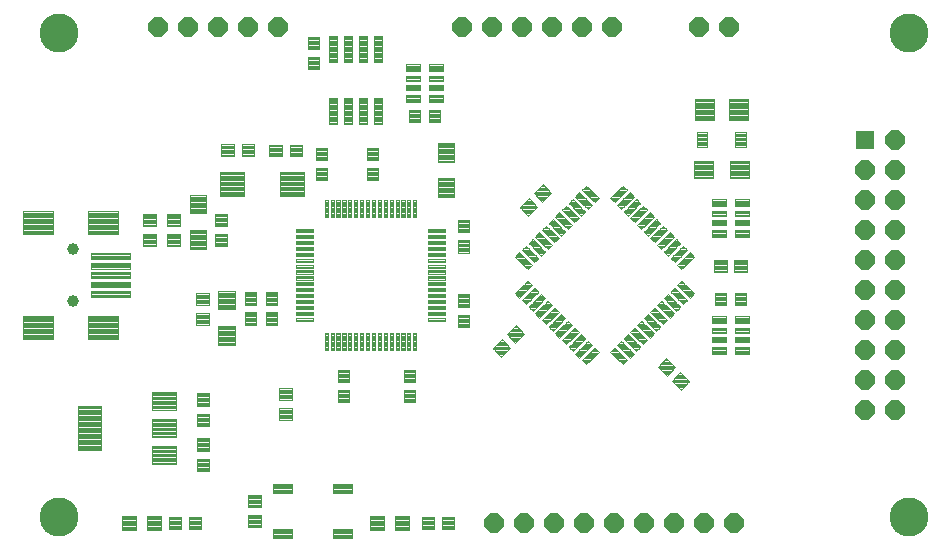
<source format=gts>
G75*
G70*
%OFA0B0*%
%FSLAX24Y24*%
%IPPOS*%
%LPD*%
%AMOC8*
5,1,8,0,0,1.08239X$1,22.5*
%
%ADD10C,0.0043*%
%ADD11C,0.0041*%
%ADD12C,0.0041*%
%ADD13C,0.0044*%
%ADD14C,0.0041*%
%ADD15OC8,0.0640*%
%ADD16C,0.0041*%
%ADD17C,0.0042*%
%ADD18C,0.0040*%
%ADD19C,0.0041*%
%ADD20C,0.0041*%
%ADD21C,0.0041*%
%ADD22C,0.0040*%
%ADD23C,0.0044*%
%ADD24C,0.0040*%
%ADD25C,0.0394*%
%ADD26C,0.1300*%
%ADD27R,0.0640X0.0640*%
D10*
X010679Y004580D02*
X011071Y004580D01*
X010679Y004580D02*
X010679Y005010D01*
X011071Y005010D01*
X011071Y004580D01*
X011071Y004622D02*
X010679Y004622D01*
X010679Y004664D02*
X011071Y004664D01*
X011071Y004706D02*
X010679Y004706D01*
X010679Y004748D02*
X011071Y004748D01*
X011071Y004790D02*
X010679Y004790D01*
X010679Y004832D02*
X011071Y004832D01*
X011071Y004874D02*
X010679Y004874D01*
X010679Y004916D02*
X011071Y004916D01*
X011071Y004958D02*
X010679Y004958D01*
X010679Y005000D02*
X011071Y005000D01*
X011348Y004580D02*
X011740Y004580D01*
X011348Y004580D02*
X011348Y005010D01*
X011740Y005010D01*
X011740Y004580D01*
X011740Y004622D02*
X011348Y004622D01*
X011348Y004664D02*
X011740Y004664D01*
X011740Y004706D02*
X011348Y004706D01*
X011348Y004748D02*
X011740Y004748D01*
X011740Y004790D02*
X011348Y004790D01*
X011348Y004832D02*
X011740Y004832D01*
X011740Y004874D02*
X011348Y004874D01*
X011348Y004916D02*
X011740Y004916D01*
X011740Y004958D02*
X011348Y004958D01*
X011348Y005000D02*
X011740Y005000D01*
X013314Y005050D02*
X013314Y004658D01*
X013314Y005050D02*
X013744Y005050D01*
X013744Y004658D01*
X013314Y004658D01*
X013314Y004700D02*
X013744Y004700D01*
X013744Y004742D02*
X013314Y004742D01*
X013314Y004784D02*
X013744Y004784D01*
X013744Y004826D02*
X013314Y004826D01*
X013314Y004868D02*
X013744Y004868D01*
X013744Y004910D02*
X013314Y004910D01*
X013314Y004952D02*
X013744Y004952D01*
X013744Y004994D02*
X013314Y004994D01*
X013314Y005036D02*
X013744Y005036D01*
X013314Y005327D02*
X013314Y005719D01*
X013744Y005719D01*
X013744Y005327D01*
X013314Y005327D01*
X013314Y005369D02*
X013744Y005369D01*
X013744Y005411D02*
X013314Y005411D01*
X013314Y005453D02*
X013744Y005453D01*
X013744Y005495D02*
X013314Y005495D01*
X013314Y005537D02*
X013744Y005537D01*
X013744Y005579D02*
X013314Y005579D01*
X013314Y005621D02*
X013744Y005621D01*
X013744Y005663D02*
X013314Y005663D01*
X013314Y005705D02*
X013744Y005705D01*
X011999Y006514D02*
X011999Y006944D01*
X011999Y006514D02*
X011607Y006514D01*
X011607Y006944D01*
X011999Y006944D01*
X011999Y006556D02*
X011607Y006556D01*
X011607Y006598D02*
X011999Y006598D01*
X011999Y006640D02*
X011607Y006640D01*
X011607Y006682D02*
X011999Y006682D01*
X011999Y006724D02*
X011607Y006724D01*
X011607Y006766D02*
X011999Y006766D01*
X011999Y006808D02*
X011607Y006808D01*
X011607Y006850D02*
X011999Y006850D01*
X011999Y006892D02*
X011607Y006892D01*
X011607Y006934D02*
X011999Y006934D01*
X011999Y007184D02*
X011999Y007614D01*
X011999Y007184D02*
X011607Y007184D01*
X011607Y007614D01*
X011999Y007614D01*
X011999Y007226D02*
X011607Y007226D01*
X011607Y007268D02*
X011999Y007268D01*
X011999Y007310D02*
X011607Y007310D01*
X011607Y007352D02*
X011999Y007352D01*
X011999Y007394D02*
X011607Y007394D01*
X011607Y007436D02*
X011999Y007436D01*
X011999Y007478D02*
X011607Y007478D01*
X011607Y007520D02*
X011999Y007520D01*
X011999Y007562D02*
X011607Y007562D01*
X011607Y007604D02*
X011999Y007604D01*
X011999Y008014D02*
X011999Y008444D01*
X011999Y008014D02*
X011607Y008014D01*
X011607Y008444D01*
X011999Y008444D01*
X011999Y008056D02*
X011607Y008056D01*
X011607Y008098D02*
X011999Y008098D01*
X011999Y008140D02*
X011607Y008140D01*
X011607Y008182D02*
X011999Y008182D01*
X011999Y008224D02*
X011607Y008224D01*
X011607Y008266D02*
X011999Y008266D01*
X011999Y008308D02*
X011607Y008308D01*
X011607Y008350D02*
X011999Y008350D01*
X011999Y008392D02*
X011607Y008392D01*
X011607Y008434D02*
X011999Y008434D01*
X011999Y008684D02*
X011999Y009114D01*
X011999Y008684D02*
X011607Y008684D01*
X011607Y009114D01*
X011999Y009114D01*
X011999Y008726D02*
X011607Y008726D01*
X011607Y008768D02*
X011999Y008768D01*
X011999Y008810D02*
X011607Y008810D01*
X011607Y008852D02*
X011999Y008852D01*
X011999Y008894D02*
X011607Y008894D01*
X011607Y008936D02*
X011999Y008936D01*
X011999Y008978D02*
X011607Y008978D01*
X011607Y009020D02*
X011999Y009020D01*
X011999Y009062D02*
X011607Y009062D01*
X011607Y009104D02*
X011999Y009104D01*
X014762Y008909D02*
X014762Y009301D01*
X014762Y008909D02*
X014332Y008909D01*
X014332Y009301D01*
X014762Y009301D01*
X014762Y008951D02*
X014332Y008951D01*
X014332Y008993D02*
X014762Y008993D01*
X014762Y009035D02*
X014332Y009035D01*
X014332Y009077D02*
X014762Y009077D01*
X014762Y009119D02*
X014332Y009119D01*
X014332Y009161D02*
X014762Y009161D01*
X014762Y009203D02*
X014332Y009203D01*
X014332Y009245D02*
X014762Y009245D01*
X014762Y009287D02*
X014332Y009287D01*
X014762Y008632D02*
X014762Y008240D01*
X014332Y008240D01*
X014332Y008632D01*
X014762Y008632D01*
X014762Y008282D02*
X014332Y008282D01*
X014332Y008324D02*
X014762Y008324D01*
X014762Y008366D02*
X014332Y008366D01*
X014332Y008408D02*
X014762Y008408D01*
X014762Y008450D02*
X014332Y008450D01*
X014332Y008492D02*
X014762Y008492D01*
X014762Y008534D02*
X014332Y008534D01*
X014332Y008576D02*
X014762Y008576D01*
X014762Y008618D02*
X014332Y008618D01*
X016685Y008813D02*
X016685Y009243D01*
X016685Y008813D02*
X016293Y008813D01*
X016293Y009243D01*
X016685Y009243D01*
X016685Y008855D02*
X016293Y008855D01*
X016293Y008897D02*
X016685Y008897D01*
X016685Y008939D02*
X016293Y008939D01*
X016293Y008981D02*
X016685Y008981D01*
X016685Y009023D02*
X016293Y009023D01*
X016293Y009065D02*
X016685Y009065D01*
X016685Y009107D02*
X016293Y009107D01*
X016293Y009149D02*
X016685Y009149D01*
X016685Y009191D02*
X016293Y009191D01*
X016293Y009233D02*
X016685Y009233D01*
X016685Y009482D02*
X016685Y009912D01*
X016685Y009482D02*
X016293Y009482D01*
X016293Y009912D01*
X016685Y009912D01*
X016685Y009524D02*
X016293Y009524D01*
X016293Y009566D02*
X016685Y009566D01*
X016685Y009608D02*
X016293Y009608D01*
X016293Y009650D02*
X016685Y009650D01*
X016685Y009692D02*
X016293Y009692D01*
X016293Y009734D02*
X016685Y009734D01*
X016685Y009776D02*
X016293Y009776D01*
X016293Y009818D02*
X016685Y009818D01*
X016685Y009860D02*
X016293Y009860D01*
X016293Y009902D02*
X016685Y009902D01*
X018885Y009912D02*
X018885Y009482D01*
X018493Y009482D01*
X018493Y009912D01*
X018885Y009912D01*
X018885Y009524D02*
X018493Y009524D01*
X018493Y009566D02*
X018885Y009566D01*
X018885Y009608D02*
X018493Y009608D01*
X018493Y009650D02*
X018885Y009650D01*
X018885Y009692D02*
X018493Y009692D01*
X018493Y009734D02*
X018885Y009734D01*
X018885Y009776D02*
X018493Y009776D01*
X018493Y009818D02*
X018885Y009818D01*
X018885Y009860D02*
X018493Y009860D01*
X018493Y009902D02*
X018885Y009902D01*
X018885Y009243D02*
X018885Y008813D01*
X018493Y008813D01*
X018493Y009243D01*
X018885Y009243D01*
X018885Y008855D02*
X018493Y008855D01*
X018493Y008897D02*
X018885Y008897D01*
X018885Y008939D02*
X018493Y008939D01*
X018493Y008981D02*
X018885Y008981D01*
X018885Y009023D02*
X018493Y009023D01*
X018493Y009065D02*
X018885Y009065D01*
X018885Y009107D02*
X018493Y009107D01*
X018493Y009149D02*
X018885Y009149D01*
X018885Y009191D02*
X018493Y009191D01*
X018493Y009233D02*
X018885Y009233D01*
X021741Y010336D02*
X022044Y010639D01*
X021741Y010336D02*
X021464Y010613D01*
X021767Y010916D01*
X022044Y010639D01*
X021783Y010378D02*
X021699Y010378D01*
X021657Y010420D02*
X021825Y010420D01*
X021867Y010462D02*
X021615Y010462D01*
X021573Y010504D02*
X021909Y010504D01*
X021951Y010546D02*
X021531Y010546D01*
X021489Y010588D02*
X021993Y010588D01*
X022035Y010630D02*
X021481Y010630D01*
X021523Y010672D02*
X022011Y010672D01*
X021969Y010714D02*
X021565Y010714D01*
X021607Y010756D02*
X021927Y010756D01*
X021885Y010798D02*
X021649Y010798D01*
X021691Y010840D02*
X021843Y010840D01*
X021801Y010882D02*
X021733Y010882D01*
X022214Y010809D02*
X022517Y011112D01*
X022214Y010809D02*
X021937Y011086D01*
X022240Y011389D01*
X022517Y011112D01*
X022256Y010851D02*
X022172Y010851D01*
X022130Y010893D02*
X022298Y010893D01*
X022340Y010935D02*
X022088Y010935D01*
X022046Y010977D02*
X022382Y010977D01*
X022424Y011019D02*
X022004Y011019D01*
X021962Y011061D02*
X022466Y011061D01*
X022508Y011103D02*
X021954Y011103D01*
X021996Y011145D02*
X022484Y011145D01*
X022442Y011187D02*
X022038Y011187D01*
X022080Y011229D02*
X022400Y011229D01*
X022358Y011271D02*
X022122Y011271D01*
X022164Y011313D02*
X022316Y011313D01*
X022274Y011355D02*
X022206Y011355D01*
X020687Y011314D02*
X020687Y011744D01*
X020687Y011314D02*
X020295Y011314D01*
X020295Y011744D01*
X020687Y011744D01*
X020687Y011356D02*
X020295Y011356D01*
X020295Y011398D02*
X020687Y011398D01*
X020687Y011440D02*
X020295Y011440D01*
X020295Y011482D02*
X020687Y011482D01*
X020687Y011524D02*
X020295Y011524D01*
X020295Y011566D02*
X020687Y011566D01*
X020687Y011608D02*
X020295Y011608D01*
X020295Y011650D02*
X020687Y011650D01*
X020687Y011692D02*
X020295Y011692D01*
X020295Y011734D02*
X020687Y011734D01*
X020687Y011984D02*
X020687Y012414D01*
X020687Y011984D02*
X020295Y011984D01*
X020295Y012414D01*
X020687Y012414D01*
X020687Y012026D02*
X020295Y012026D01*
X020295Y012068D02*
X020687Y012068D01*
X020687Y012110D02*
X020295Y012110D01*
X020295Y012152D02*
X020687Y012152D01*
X020687Y012194D02*
X020295Y012194D01*
X020295Y012236D02*
X020687Y012236D01*
X020687Y012278D02*
X020295Y012278D01*
X020295Y012320D02*
X020687Y012320D01*
X020687Y012362D02*
X020295Y012362D01*
X020295Y012404D02*
X020687Y012404D01*
X020295Y013811D02*
X020295Y014241D01*
X020687Y014241D01*
X020687Y013811D01*
X020295Y013811D01*
X020295Y013853D02*
X020687Y013853D01*
X020687Y013895D02*
X020295Y013895D01*
X020295Y013937D02*
X020687Y013937D01*
X020687Y013979D02*
X020295Y013979D01*
X020295Y014021D02*
X020687Y014021D01*
X020687Y014063D02*
X020295Y014063D01*
X020295Y014105D02*
X020687Y014105D01*
X020687Y014147D02*
X020295Y014147D01*
X020295Y014189D02*
X020687Y014189D01*
X020687Y014231D02*
X020295Y014231D01*
X020295Y014481D02*
X020295Y014911D01*
X020687Y014911D01*
X020687Y014481D01*
X020295Y014481D01*
X020295Y014523D02*
X020687Y014523D01*
X020687Y014565D02*
X020295Y014565D01*
X020295Y014607D02*
X020687Y014607D01*
X020687Y014649D02*
X020295Y014649D01*
X020295Y014691D02*
X020687Y014691D01*
X020687Y014733D02*
X020295Y014733D01*
X020295Y014775D02*
X020687Y014775D01*
X020687Y014817D02*
X020295Y014817D01*
X020295Y014859D02*
X020687Y014859D01*
X020687Y014901D02*
X020295Y014901D01*
X022641Y015036D02*
X022944Y015339D01*
X022641Y015036D02*
X022364Y015313D01*
X022667Y015616D01*
X022944Y015339D01*
X022683Y015078D02*
X022599Y015078D01*
X022557Y015120D02*
X022725Y015120D01*
X022767Y015162D02*
X022515Y015162D01*
X022473Y015204D02*
X022809Y015204D01*
X022851Y015246D02*
X022431Y015246D01*
X022389Y015288D02*
X022893Y015288D01*
X022935Y015330D02*
X022381Y015330D01*
X022423Y015372D02*
X022911Y015372D01*
X022869Y015414D02*
X022465Y015414D01*
X022507Y015456D02*
X022827Y015456D01*
X022785Y015498D02*
X022549Y015498D01*
X022591Y015540D02*
X022743Y015540D01*
X022701Y015582D02*
X022633Y015582D01*
X023114Y015509D02*
X023417Y015812D01*
X023114Y015509D02*
X022837Y015786D01*
X023140Y016089D01*
X023417Y015812D01*
X023156Y015551D02*
X023072Y015551D01*
X023030Y015593D02*
X023198Y015593D01*
X023240Y015635D02*
X022988Y015635D01*
X022946Y015677D02*
X023282Y015677D01*
X023324Y015719D02*
X022904Y015719D01*
X022862Y015761D02*
X023366Y015761D01*
X023408Y015803D02*
X022854Y015803D01*
X022896Y015845D02*
X023384Y015845D01*
X023342Y015887D02*
X022938Y015887D01*
X022980Y015929D02*
X023300Y015929D01*
X023258Y015971D02*
X023022Y015971D01*
X023064Y016013D02*
X023216Y016013D01*
X023174Y016055D02*
X023106Y016055D01*
X019722Y018577D02*
X019330Y018577D01*
X019722Y018577D02*
X019722Y018147D01*
X019330Y018147D01*
X019330Y018577D01*
X019330Y018189D02*
X019722Y018189D01*
X019722Y018231D02*
X019330Y018231D01*
X019330Y018273D02*
X019722Y018273D01*
X019722Y018315D02*
X019330Y018315D01*
X019330Y018357D02*
X019722Y018357D01*
X019722Y018399D02*
X019330Y018399D01*
X019330Y018441D02*
X019722Y018441D01*
X019722Y018483D02*
X019330Y018483D01*
X019330Y018525D02*
X019722Y018525D01*
X019722Y018567D02*
X019330Y018567D01*
X019052Y018577D02*
X018660Y018577D01*
X019052Y018577D02*
X019052Y018147D01*
X018660Y018147D01*
X018660Y018577D01*
X018660Y018189D02*
X019052Y018189D01*
X019052Y018231D02*
X018660Y018231D01*
X018660Y018273D02*
X019052Y018273D01*
X019052Y018315D02*
X018660Y018315D01*
X018660Y018357D02*
X019052Y018357D01*
X019052Y018399D02*
X018660Y018399D01*
X018660Y018441D02*
X019052Y018441D01*
X019052Y018483D02*
X018660Y018483D01*
X018660Y018525D02*
X019052Y018525D01*
X019052Y018567D02*
X018660Y018567D01*
X017263Y017312D02*
X017263Y016882D01*
X017263Y017312D02*
X017655Y017312D01*
X017655Y016882D01*
X017263Y016882D01*
X017263Y016924D02*
X017655Y016924D01*
X017655Y016966D02*
X017263Y016966D01*
X017263Y017008D02*
X017655Y017008D01*
X017655Y017050D02*
X017263Y017050D01*
X017263Y017092D02*
X017655Y017092D01*
X017655Y017134D02*
X017263Y017134D01*
X017263Y017176D02*
X017655Y017176D01*
X017655Y017218D02*
X017263Y017218D01*
X017263Y017260D02*
X017655Y017260D01*
X017655Y017302D02*
X017263Y017302D01*
X017263Y016643D02*
X017263Y016213D01*
X017263Y016643D02*
X017655Y016643D01*
X017655Y016213D01*
X017263Y016213D01*
X017263Y016255D02*
X017655Y016255D01*
X017655Y016297D02*
X017263Y016297D01*
X017263Y016339D02*
X017655Y016339D01*
X017655Y016381D02*
X017263Y016381D01*
X017263Y016423D02*
X017655Y016423D01*
X017655Y016465D02*
X017263Y016465D01*
X017263Y016507D02*
X017655Y016507D01*
X017655Y016549D02*
X017263Y016549D01*
X017263Y016591D02*
X017655Y016591D01*
X017655Y016633D02*
X017263Y016633D01*
X015563Y016643D02*
X015563Y016213D01*
X015563Y016643D02*
X015955Y016643D01*
X015955Y016213D01*
X015563Y016213D01*
X015563Y016255D02*
X015955Y016255D01*
X015955Y016297D02*
X015563Y016297D01*
X015563Y016339D02*
X015955Y016339D01*
X015955Y016381D02*
X015563Y016381D01*
X015563Y016423D02*
X015955Y016423D01*
X015955Y016465D02*
X015563Y016465D01*
X015563Y016507D02*
X015955Y016507D01*
X015955Y016549D02*
X015563Y016549D01*
X015563Y016591D02*
X015955Y016591D01*
X015955Y016633D02*
X015563Y016633D01*
X015563Y016882D02*
X015563Y017312D01*
X015955Y017312D01*
X015955Y016882D01*
X015563Y016882D01*
X015563Y016924D02*
X015955Y016924D01*
X015955Y016966D02*
X015563Y016966D01*
X015563Y017008D02*
X015955Y017008D01*
X015955Y017050D02*
X015563Y017050D01*
X015563Y017092D02*
X015955Y017092D01*
X015955Y017134D02*
X015563Y017134D01*
X015563Y017176D02*
X015955Y017176D01*
X015955Y017218D02*
X015563Y017218D01*
X015563Y017260D02*
X015955Y017260D01*
X015955Y017302D02*
X015563Y017302D01*
X015122Y017409D02*
X014692Y017409D01*
X015122Y017409D02*
X015122Y017017D01*
X014692Y017017D01*
X014692Y017409D01*
X014692Y017059D02*
X015122Y017059D01*
X015122Y017101D02*
X014692Y017101D01*
X014692Y017143D02*
X015122Y017143D01*
X015122Y017185D02*
X014692Y017185D01*
X014692Y017227D02*
X015122Y017227D01*
X015122Y017269D02*
X014692Y017269D01*
X014692Y017311D02*
X015122Y017311D01*
X015122Y017353D02*
X014692Y017353D01*
X014692Y017395D02*
X015122Y017395D01*
X014452Y017409D02*
X014022Y017409D01*
X014452Y017409D02*
X014452Y017017D01*
X014022Y017017D01*
X014022Y017409D01*
X014022Y017059D02*
X014452Y017059D01*
X014452Y017101D02*
X014022Y017101D01*
X014022Y017143D02*
X014452Y017143D01*
X014452Y017185D02*
X014022Y017185D01*
X014022Y017227D02*
X014452Y017227D01*
X014452Y017269D02*
X014022Y017269D01*
X014022Y017311D02*
X014452Y017311D01*
X014452Y017353D02*
X014022Y017353D01*
X014022Y017395D02*
X014452Y017395D01*
X013522Y017035D02*
X013092Y017035D01*
X013092Y017427D01*
X013522Y017427D01*
X013522Y017035D01*
X013522Y017077D02*
X013092Y017077D01*
X013092Y017119D02*
X013522Y017119D01*
X013522Y017161D02*
X013092Y017161D01*
X013092Y017203D02*
X013522Y017203D01*
X013522Y017245D02*
X013092Y017245D01*
X013092Y017287D02*
X013522Y017287D01*
X013522Y017329D02*
X013092Y017329D01*
X013092Y017371D02*
X013522Y017371D01*
X013522Y017413D02*
X013092Y017413D01*
X012852Y017035D02*
X012422Y017035D01*
X012422Y017427D01*
X012852Y017427D01*
X012852Y017035D01*
X012852Y017077D02*
X012422Y017077D01*
X012422Y017119D02*
X012852Y017119D01*
X012852Y017161D02*
X012422Y017161D01*
X012422Y017203D02*
X012852Y017203D01*
X012852Y017245D02*
X012422Y017245D01*
X012422Y017287D02*
X012852Y017287D01*
X012852Y017329D02*
X012422Y017329D01*
X012422Y017371D02*
X012852Y017371D01*
X012852Y017413D02*
X012422Y017413D01*
X012222Y015112D02*
X012222Y014682D01*
X012222Y015112D02*
X012614Y015112D01*
X012614Y014682D01*
X012222Y014682D01*
X012222Y014724D02*
X012614Y014724D01*
X012614Y014766D02*
X012222Y014766D01*
X012222Y014808D02*
X012614Y014808D01*
X012614Y014850D02*
X012222Y014850D01*
X012222Y014892D02*
X012614Y014892D01*
X012614Y014934D02*
X012222Y014934D01*
X012222Y014976D02*
X012614Y014976D01*
X012614Y015018D02*
X012222Y015018D01*
X012222Y015060D02*
X012614Y015060D01*
X012614Y015102D02*
X012222Y015102D01*
X012222Y014443D02*
X012222Y014013D01*
X012222Y014443D02*
X012614Y014443D01*
X012614Y014013D01*
X012222Y014013D01*
X012222Y014055D02*
X012614Y014055D01*
X012614Y014097D02*
X012222Y014097D01*
X012222Y014139D02*
X012614Y014139D01*
X012614Y014181D02*
X012222Y014181D01*
X012222Y014223D02*
X012614Y014223D01*
X012614Y014265D02*
X012222Y014265D01*
X012222Y014307D02*
X012614Y014307D01*
X012614Y014349D02*
X012222Y014349D01*
X012222Y014391D02*
X012614Y014391D01*
X012614Y014433D02*
X012222Y014433D01*
X011034Y014424D02*
X011034Y014032D01*
X010604Y014032D01*
X010604Y014424D01*
X011034Y014424D01*
X011034Y014074D02*
X010604Y014074D01*
X010604Y014116D02*
X011034Y014116D01*
X011034Y014158D02*
X010604Y014158D01*
X010604Y014200D02*
X011034Y014200D01*
X011034Y014242D02*
X010604Y014242D01*
X010604Y014284D02*
X011034Y014284D01*
X011034Y014326D02*
X010604Y014326D01*
X010604Y014368D02*
X011034Y014368D01*
X011034Y014410D02*
X010604Y014410D01*
X011034Y014701D02*
X011034Y015093D01*
X011034Y014701D02*
X010604Y014701D01*
X010604Y015093D01*
X011034Y015093D01*
X011034Y014743D02*
X010604Y014743D01*
X010604Y014785D02*
X011034Y014785D01*
X011034Y014827D02*
X010604Y014827D01*
X010604Y014869D02*
X011034Y014869D01*
X011034Y014911D02*
X010604Y014911D01*
X010604Y014953D02*
X011034Y014953D01*
X011034Y014995D02*
X010604Y014995D01*
X010604Y015037D02*
X011034Y015037D01*
X011034Y015079D02*
X010604Y015079D01*
X009804Y015093D02*
X009804Y014701D01*
X009804Y015093D02*
X010234Y015093D01*
X010234Y014701D01*
X009804Y014701D01*
X009804Y014743D02*
X010234Y014743D01*
X010234Y014785D02*
X009804Y014785D01*
X009804Y014827D02*
X010234Y014827D01*
X010234Y014869D02*
X009804Y014869D01*
X009804Y014911D02*
X010234Y014911D01*
X010234Y014953D02*
X009804Y014953D01*
X009804Y014995D02*
X010234Y014995D01*
X010234Y015037D02*
X009804Y015037D01*
X009804Y015079D02*
X010234Y015079D01*
X009804Y014424D02*
X009804Y014032D01*
X009804Y014424D02*
X010234Y014424D01*
X010234Y014032D01*
X009804Y014032D01*
X009804Y014074D02*
X010234Y014074D01*
X010234Y014116D02*
X009804Y014116D01*
X009804Y014158D02*
X010234Y014158D01*
X010234Y014200D02*
X009804Y014200D01*
X009804Y014242D02*
X010234Y014242D01*
X010234Y014284D02*
X009804Y014284D01*
X009804Y014326D02*
X010234Y014326D01*
X010234Y014368D02*
X009804Y014368D01*
X009804Y014410D02*
X010234Y014410D01*
X011576Y012468D02*
X011576Y012076D01*
X011576Y012468D02*
X012006Y012468D01*
X012006Y012076D01*
X011576Y012076D01*
X011576Y012118D02*
X012006Y012118D01*
X012006Y012160D02*
X011576Y012160D01*
X011576Y012202D02*
X012006Y012202D01*
X012006Y012244D02*
X011576Y012244D01*
X011576Y012286D02*
X012006Y012286D01*
X012006Y012328D02*
X011576Y012328D01*
X011576Y012370D02*
X012006Y012370D01*
X012006Y012412D02*
X011576Y012412D01*
X011576Y012454D02*
X012006Y012454D01*
X011576Y011799D02*
X011576Y011407D01*
X011576Y011799D02*
X012006Y011799D01*
X012006Y011407D01*
X011576Y011407D01*
X011576Y011449D02*
X012006Y011449D01*
X012006Y011491D02*
X011576Y011491D01*
X011576Y011533D02*
X012006Y011533D01*
X012006Y011575D02*
X011576Y011575D01*
X011576Y011617D02*
X012006Y011617D01*
X012006Y011659D02*
X011576Y011659D01*
X011576Y011701D02*
X012006Y011701D01*
X012006Y011743D02*
X011576Y011743D01*
X011576Y011785D02*
X012006Y011785D01*
X013587Y011818D02*
X013587Y011388D01*
X013195Y011388D01*
X013195Y011818D01*
X013587Y011818D01*
X013587Y011430D02*
X013195Y011430D01*
X013195Y011472D02*
X013587Y011472D01*
X013587Y011514D02*
X013195Y011514D01*
X013195Y011556D02*
X013587Y011556D01*
X013587Y011598D02*
X013195Y011598D01*
X013195Y011640D02*
X013587Y011640D01*
X013587Y011682D02*
X013195Y011682D01*
X013195Y011724D02*
X013587Y011724D01*
X013587Y011766D02*
X013195Y011766D01*
X013195Y011808D02*
X013587Y011808D01*
X014287Y011818D02*
X014287Y011388D01*
X013895Y011388D01*
X013895Y011818D01*
X014287Y011818D01*
X014287Y011430D02*
X013895Y011430D01*
X013895Y011472D02*
X014287Y011472D01*
X014287Y011514D02*
X013895Y011514D01*
X013895Y011556D02*
X014287Y011556D01*
X014287Y011598D02*
X013895Y011598D01*
X013895Y011640D02*
X014287Y011640D01*
X014287Y011682D02*
X013895Y011682D01*
X013895Y011724D02*
X014287Y011724D01*
X014287Y011766D02*
X013895Y011766D01*
X013895Y011808D02*
X014287Y011808D01*
X014287Y012057D02*
X014287Y012487D01*
X014287Y012057D02*
X013895Y012057D01*
X013895Y012487D01*
X014287Y012487D01*
X014287Y012099D02*
X013895Y012099D01*
X013895Y012141D02*
X014287Y012141D01*
X014287Y012183D02*
X013895Y012183D01*
X013895Y012225D02*
X014287Y012225D01*
X014287Y012267D02*
X013895Y012267D01*
X013895Y012309D02*
X014287Y012309D01*
X014287Y012351D02*
X013895Y012351D01*
X013895Y012393D02*
X014287Y012393D01*
X014287Y012435D02*
X013895Y012435D01*
X013895Y012477D02*
X014287Y012477D01*
X013587Y012487D02*
X013587Y012057D01*
X013195Y012057D01*
X013195Y012487D01*
X013587Y012487D01*
X013587Y012099D02*
X013195Y012099D01*
X013195Y012141D02*
X013587Y012141D01*
X013587Y012183D02*
X013195Y012183D01*
X013195Y012225D02*
X013587Y012225D01*
X013587Y012267D02*
X013195Y012267D01*
X013195Y012309D02*
X013587Y012309D01*
X013587Y012351D02*
X013195Y012351D01*
X013195Y012393D02*
X013587Y012393D01*
X013587Y012435D02*
X013195Y012435D01*
X013195Y012477D02*
X013587Y012477D01*
X015687Y019913D02*
X015687Y020343D01*
X015687Y019913D02*
X015295Y019913D01*
X015295Y020343D01*
X015687Y020343D01*
X015687Y019955D02*
X015295Y019955D01*
X015295Y019997D02*
X015687Y019997D01*
X015687Y020039D02*
X015295Y020039D01*
X015295Y020081D02*
X015687Y020081D01*
X015687Y020123D02*
X015295Y020123D01*
X015295Y020165D02*
X015687Y020165D01*
X015687Y020207D02*
X015295Y020207D01*
X015295Y020249D02*
X015687Y020249D01*
X015687Y020291D02*
X015295Y020291D01*
X015295Y020333D02*
X015687Y020333D01*
X015687Y020582D02*
X015687Y021012D01*
X015687Y020582D02*
X015295Y020582D01*
X015295Y021012D01*
X015687Y021012D01*
X015687Y020624D02*
X015295Y020624D01*
X015295Y020666D02*
X015687Y020666D01*
X015687Y020708D02*
X015295Y020708D01*
X015295Y020750D02*
X015687Y020750D01*
X015687Y020792D02*
X015295Y020792D01*
X015295Y020834D02*
X015687Y020834D01*
X015687Y020876D02*
X015295Y020876D01*
X015295Y020918D02*
X015687Y020918D01*
X015687Y020960D02*
X015295Y020960D01*
X015295Y021002D02*
X015687Y021002D01*
X028838Y013558D02*
X029268Y013558D01*
X029268Y013166D01*
X028838Y013166D01*
X028838Y013558D01*
X028838Y013208D02*
X029268Y013208D01*
X029268Y013250D02*
X028838Y013250D01*
X028838Y013292D02*
X029268Y013292D01*
X029268Y013334D02*
X028838Y013334D01*
X028838Y013376D02*
X029268Y013376D01*
X029268Y013418D02*
X028838Y013418D01*
X028838Y013460D02*
X029268Y013460D01*
X029268Y013502D02*
X028838Y013502D01*
X028838Y013544D02*
X029268Y013544D01*
X029507Y013558D02*
X029937Y013558D01*
X029937Y013166D01*
X029507Y013166D01*
X029507Y013558D01*
X029507Y013208D02*
X029937Y013208D01*
X029937Y013250D02*
X029507Y013250D01*
X029507Y013292D02*
X029937Y013292D01*
X029937Y013334D02*
X029507Y013334D01*
X029507Y013376D02*
X029937Y013376D01*
X029937Y013418D02*
X029507Y013418D01*
X029507Y013460D02*
X029937Y013460D01*
X029937Y013502D02*
X029507Y013502D01*
X029507Y013544D02*
X029937Y013544D01*
X029918Y012047D02*
X029526Y012047D01*
X029526Y012477D01*
X029918Y012477D01*
X029918Y012047D01*
X029918Y012089D02*
X029526Y012089D01*
X029526Y012131D02*
X029918Y012131D01*
X029918Y012173D02*
X029526Y012173D01*
X029526Y012215D02*
X029918Y012215D01*
X029918Y012257D02*
X029526Y012257D01*
X029526Y012299D02*
X029918Y012299D01*
X029918Y012341D02*
X029526Y012341D01*
X029526Y012383D02*
X029918Y012383D01*
X029918Y012425D02*
X029526Y012425D01*
X029526Y012467D02*
X029918Y012467D01*
X029249Y012047D02*
X028857Y012047D01*
X028857Y012477D01*
X029249Y012477D01*
X029249Y012047D01*
X029249Y012089D02*
X028857Y012089D01*
X028857Y012131D02*
X029249Y012131D01*
X029249Y012173D02*
X028857Y012173D01*
X028857Y012215D02*
X029249Y012215D01*
X029249Y012257D02*
X028857Y012257D01*
X028857Y012299D02*
X029249Y012299D01*
X029249Y012341D02*
X028857Y012341D01*
X028857Y012383D02*
X029249Y012383D01*
X029249Y012425D02*
X028857Y012425D01*
X028857Y012467D02*
X029249Y012467D01*
X027241Y010289D02*
X027544Y009986D01*
X027267Y009709D01*
X026964Y010012D01*
X027241Y010289D01*
X027225Y009751D02*
X027309Y009751D01*
X027351Y009793D02*
X027183Y009793D01*
X027141Y009835D02*
X027393Y009835D01*
X027435Y009877D02*
X027099Y009877D01*
X027057Y009919D02*
X027477Y009919D01*
X027519Y009961D02*
X027015Y009961D01*
X026973Y010003D02*
X027527Y010003D01*
X027485Y010045D02*
X026997Y010045D01*
X027039Y010087D02*
X027443Y010087D01*
X027401Y010129D02*
X027081Y010129D01*
X027123Y010171D02*
X027359Y010171D01*
X027317Y010213D02*
X027165Y010213D01*
X027207Y010255D02*
X027275Y010255D01*
X027714Y009816D02*
X028017Y009513D01*
X027740Y009236D01*
X027437Y009539D01*
X027714Y009816D01*
X027698Y009278D02*
X027782Y009278D01*
X027824Y009320D02*
X027656Y009320D01*
X027614Y009362D02*
X027866Y009362D01*
X027908Y009404D02*
X027572Y009404D01*
X027530Y009446D02*
X027950Y009446D01*
X027992Y009488D02*
X027488Y009488D01*
X027446Y009530D02*
X028000Y009530D01*
X027958Y009572D02*
X027470Y009572D01*
X027512Y009614D02*
X027916Y009614D01*
X027874Y009656D02*
X027554Y009656D01*
X027596Y009698D02*
X027832Y009698D01*
X027790Y009740D02*
X027638Y009740D01*
X027680Y009782D02*
X027748Y009782D01*
X020166Y004580D02*
X019774Y004580D01*
X019774Y005010D01*
X020166Y005010D01*
X020166Y004580D01*
X020166Y004622D02*
X019774Y004622D01*
X019774Y004664D02*
X020166Y004664D01*
X020166Y004706D02*
X019774Y004706D01*
X019774Y004748D02*
X020166Y004748D01*
X020166Y004790D02*
X019774Y004790D01*
X019774Y004832D02*
X020166Y004832D01*
X020166Y004874D02*
X019774Y004874D01*
X019774Y004916D02*
X020166Y004916D01*
X020166Y004958D02*
X019774Y004958D01*
X019774Y005000D02*
X020166Y005000D01*
X019496Y004580D02*
X019104Y004580D01*
X019104Y005010D01*
X019496Y005010D01*
X019496Y004580D01*
X019496Y004622D02*
X019104Y004622D01*
X019104Y004664D02*
X019496Y004664D01*
X019496Y004706D02*
X019104Y004706D01*
X019104Y004748D02*
X019496Y004748D01*
X019496Y004790D02*
X019104Y004790D01*
X019104Y004832D02*
X019496Y004832D01*
X019496Y004874D02*
X019104Y004874D01*
X019104Y004916D02*
X019496Y004916D01*
X019496Y004958D02*
X019104Y004958D01*
X019104Y005000D02*
X019496Y005000D01*
D11*
X012866Y010732D02*
X012866Y011362D01*
X012866Y010732D02*
X012316Y010732D01*
X012316Y011362D01*
X012866Y011362D01*
X012866Y010772D02*
X012316Y010772D01*
X012316Y010812D02*
X012866Y010812D01*
X012866Y010852D02*
X012316Y010852D01*
X012316Y010892D02*
X012866Y010892D01*
X012866Y010932D02*
X012316Y010932D01*
X012316Y010972D02*
X012866Y010972D01*
X012866Y011012D02*
X012316Y011012D01*
X012316Y011052D02*
X012866Y011052D01*
X012866Y011092D02*
X012316Y011092D01*
X012316Y011132D02*
X012866Y011132D01*
X012866Y011172D02*
X012316Y011172D01*
X012316Y011212D02*
X012866Y011212D01*
X012866Y011252D02*
X012316Y011252D01*
X012316Y011292D02*
X012866Y011292D01*
X012866Y011332D02*
X012316Y011332D01*
X012316Y011913D02*
X012316Y012543D01*
X012866Y012543D01*
X012866Y011913D01*
X012316Y011913D01*
X012316Y011953D02*
X012866Y011953D01*
X012866Y011993D02*
X012316Y011993D01*
X012316Y012033D02*
X012866Y012033D01*
X012866Y012073D02*
X012316Y012073D01*
X012316Y012113D02*
X012866Y012113D01*
X012866Y012153D02*
X012316Y012153D01*
X012316Y012193D02*
X012866Y012193D01*
X012866Y012233D02*
X012316Y012233D01*
X012316Y012273D02*
X012866Y012273D01*
X012866Y012313D02*
X012316Y012313D01*
X012316Y012353D02*
X012866Y012353D01*
X012866Y012393D02*
X012316Y012393D01*
X012316Y012433D02*
X012866Y012433D01*
X012866Y012473D02*
X012316Y012473D01*
X012316Y012513D02*
X012866Y012513D01*
X011919Y013932D02*
X011919Y014562D01*
X011919Y013932D02*
X011369Y013932D01*
X011369Y014562D01*
X011919Y014562D01*
X011919Y013972D02*
X011369Y013972D01*
X011369Y014012D02*
X011919Y014012D01*
X011919Y014052D02*
X011369Y014052D01*
X011369Y014092D02*
X011919Y014092D01*
X011919Y014132D02*
X011369Y014132D01*
X011369Y014172D02*
X011919Y014172D01*
X011919Y014212D02*
X011369Y014212D01*
X011369Y014252D02*
X011919Y014252D01*
X011919Y014292D02*
X011369Y014292D01*
X011369Y014332D02*
X011919Y014332D01*
X011919Y014372D02*
X011369Y014372D01*
X011369Y014412D02*
X011919Y014412D01*
X011919Y014452D02*
X011369Y014452D01*
X011369Y014492D02*
X011919Y014492D01*
X011919Y014532D02*
X011369Y014532D01*
X011369Y015113D02*
X011369Y015743D01*
X011919Y015743D01*
X011919Y015113D01*
X011369Y015113D01*
X011369Y015153D02*
X011919Y015153D01*
X011919Y015193D02*
X011369Y015193D01*
X011369Y015233D02*
X011919Y015233D01*
X011919Y015273D02*
X011369Y015273D01*
X011369Y015313D02*
X011919Y015313D01*
X011919Y015353D02*
X011369Y015353D01*
X011369Y015393D02*
X011919Y015393D01*
X011919Y015433D02*
X011369Y015433D01*
X011369Y015473D02*
X011919Y015473D01*
X011919Y015513D02*
X011369Y015513D01*
X011369Y015553D02*
X011919Y015553D01*
X011919Y015593D02*
X011369Y015593D01*
X011369Y015633D02*
X011919Y015633D01*
X011919Y015673D02*
X011369Y015673D01*
X011369Y015713D02*
X011919Y015713D01*
X020184Y015657D02*
X020184Y016287D01*
X020184Y015657D02*
X019634Y015657D01*
X019634Y016287D01*
X020184Y016287D01*
X020184Y015697D02*
X019634Y015697D01*
X019634Y015737D02*
X020184Y015737D01*
X020184Y015777D02*
X019634Y015777D01*
X019634Y015817D02*
X020184Y015817D01*
X020184Y015857D02*
X019634Y015857D01*
X019634Y015897D02*
X020184Y015897D01*
X020184Y015937D02*
X019634Y015937D01*
X019634Y015977D02*
X020184Y015977D01*
X020184Y016017D02*
X019634Y016017D01*
X019634Y016057D02*
X020184Y016057D01*
X020184Y016097D02*
X019634Y016097D01*
X019634Y016137D02*
X020184Y016137D01*
X020184Y016177D02*
X019634Y016177D01*
X019634Y016217D02*
X020184Y016217D01*
X020184Y016257D02*
X019634Y016257D01*
X019634Y016838D02*
X019634Y017468D01*
X020184Y017468D01*
X020184Y016838D01*
X019634Y016838D01*
X019634Y016878D02*
X020184Y016878D01*
X020184Y016918D02*
X019634Y016918D01*
X019634Y016958D02*
X020184Y016958D01*
X020184Y016998D02*
X019634Y016998D01*
X019634Y017038D02*
X020184Y017038D01*
X020184Y017078D02*
X019634Y017078D01*
X019634Y017118D02*
X020184Y017118D01*
X020184Y017158D02*
X019634Y017158D01*
X019634Y017198D02*
X020184Y017198D01*
X020184Y017238D02*
X019634Y017238D01*
X019634Y017278D02*
X020184Y017278D01*
X020184Y017318D02*
X019634Y017318D01*
X019634Y017358D02*
X020184Y017358D01*
X020184Y017398D02*
X019634Y017398D01*
X019634Y017438D02*
X020184Y017438D01*
X028182Y016303D02*
X028812Y016303D01*
X028182Y016303D02*
X028182Y016853D01*
X028812Y016853D01*
X028812Y016303D01*
X028812Y016343D02*
X028182Y016343D01*
X028182Y016383D02*
X028812Y016383D01*
X028812Y016423D02*
X028182Y016423D01*
X028182Y016463D02*
X028812Y016463D01*
X028812Y016503D02*
X028182Y016503D01*
X028182Y016543D02*
X028812Y016543D01*
X028812Y016583D02*
X028182Y016583D01*
X028182Y016623D02*
X028812Y016623D01*
X028812Y016663D02*
X028182Y016663D01*
X028182Y016703D02*
X028812Y016703D01*
X028812Y016743D02*
X028182Y016743D01*
X028182Y016783D02*
X028812Y016783D01*
X028812Y016823D02*
X028182Y016823D01*
X029363Y016853D02*
X029993Y016853D01*
X029993Y016303D01*
X029363Y016303D01*
X029363Y016853D01*
X029363Y016343D02*
X029993Y016343D01*
X029993Y016383D02*
X029363Y016383D01*
X029363Y016423D02*
X029993Y016423D01*
X029993Y016463D02*
X029363Y016463D01*
X029363Y016503D02*
X029993Y016503D01*
X029993Y016543D02*
X029363Y016543D01*
X029363Y016583D02*
X029993Y016583D01*
X029993Y016623D02*
X029363Y016623D01*
X029363Y016663D02*
X029993Y016663D01*
X029993Y016703D02*
X029363Y016703D01*
X029363Y016743D02*
X029993Y016743D01*
X029993Y016783D02*
X029363Y016783D01*
X029363Y016823D02*
X029993Y016823D01*
D12*
X017759Y018106D02*
X017523Y018106D01*
X017523Y018972D01*
X017759Y018972D01*
X017759Y018106D01*
X017759Y018146D02*
X017523Y018146D01*
X017523Y018186D02*
X017759Y018186D01*
X017759Y018226D02*
X017523Y018226D01*
X017523Y018266D02*
X017759Y018266D01*
X017759Y018306D02*
X017523Y018306D01*
X017523Y018346D02*
X017759Y018346D01*
X017759Y018386D02*
X017523Y018386D01*
X017523Y018426D02*
X017759Y018426D01*
X017759Y018466D02*
X017523Y018466D01*
X017523Y018506D02*
X017759Y018506D01*
X017759Y018546D02*
X017523Y018546D01*
X017523Y018586D02*
X017759Y018586D01*
X017759Y018626D02*
X017523Y018626D01*
X017523Y018666D02*
X017759Y018666D01*
X017759Y018706D02*
X017523Y018706D01*
X017523Y018746D02*
X017759Y018746D01*
X017759Y018786D02*
X017523Y018786D01*
X017523Y018826D02*
X017759Y018826D01*
X017759Y018866D02*
X017523Y018866D01*
X017523Y018906D02*
X017759Y018906D01*
X017759Y018946D02*
X017523Y018946D01*
X017259Y018106D02*
X017023Y018106D01*
X017023Y018972D01*
X017259Y018972D01*
X017259Y018106D01*
X017259Y018146D02*
X017023Y018146D01*
X017023Y018186D02*
X017259Y018186D01*
X017259Y018226D02*
X017023Y018226D01*
X017023Y018266D02*
X017259Y018266D01*
X017259Y018306D02*
X017023Y018306D01*
X017023Y018346D02*
X017259Y018346D01*
X017259Y018386D02*
X017023Y018386D01*
X017023Y018426D02*
X017259Y018426D01*
X017259Y018466D02*
X017023Y018466D01*
X017023Y018506D02*
X017259Y018506D01*
X017259Y018546D02*
X017023Y018546D01*
X017023Y018586D02*
X017259Y018586D01*
X017259Y018626D02*
X017023Y018626D01*
X017023Y018666D02*
X017259Y018666D01*
X017259Y018706D02*
X017023Y018706D01*
X017023Y018746D02*
X017259Y018746D01*
X017259Y018786D02*
X017023Y018786D01*
X017023Y018826D02*
X017259Y018826D01*
X017259Y018866D02*
X017023Y018866D01*
X017023Y018906D02*
X017259Y018906D01*
X017259Y018946D02*
X017023Y018946D01*
X016759Y018106D02*
X016523Y018106D01*
X016523Y018972D01*
X016759Y018972D01*
X016759Y018106D01*
X016759Y018146D02*
X016523Y018146D01*
X016523Y018186D02*
X016759Y018186D01*
X016759Y018226D02*
X016523Y018226D01*
X016523Y018266D02*
X016759Y018266D01*
X016759Y018306D02*
X016523Y018306D01*
X016523Y018346D02*
X016759Y018346D01*
X016759Y018386D02*
X016523Y018386D01*
X016523Y018426D02*
X016759Y018426D01*
X016759Y018466D02*
X016523Y018466D01*
X016523Y018506D02*
X016759Y018506D01*
X016759Y018546D02*
X016523Y018546D01*
X016523Y018586D02*
X016759Y018586D01*
X016759Y018626D02*
X016523Y018626D01*
X016523Y018666D02*
X016759Y018666D01*
X016759Y018706D02*
X016523Y018706D01*
X016523Y018746D02*
X016759Y018746D01*
X016759Y018786D02*
X016523Y018786D01*
X016523Y018826D02*
X016759Y018826D01*
X016759Y018866D02*
X016523Y018866D01*
X016523Y018906D02*
X016759Y018906D01*
X016759Y018946D02*
X016523Y018946D01*
X016259Y018106D02*
X016023Y018106D01*
X016023Y018972D01*
X016259Y018972D01*
X016259Y018106D01*
X016259Y018146D02*
X016023Y018146D01*
X016023Y018186D02*
X016259Y018186D01*
X016259Y018226D02*
X016023Y018226D01*
X016023Y018266D02*
X016259Y018266D01*
X016259Y018306D02*
X016023Y018306D01*
X016023Y018346D02*
X016259Y018346D01*
X016259Y018386D02*
X016023Y018386D01*
X016023Y018426D02*
X016259Y018426D01*
X016259Y018466D02*
X016023Y018466D01*
X016023Y018506D02*
X016259Y018506D01*
X016259Y018546D02*
X016023Y018546D01*
X016023Y018586D02*
X016259Y018586D01*
X016259Y018626D02*
X016023Y018626D01*
X016023Y018666D02*
X016259Y018666D01*
X016259Y018706D02*
X016023Y018706D01*
X016023Y018746D02*
X016259Y018746D01*
X016259Y018786D02*
X016023Y018786D01*
X016023Y018826D02*
X016259Y018826D01*
X016259Y018866D02*
X016023Y018866D01*
X016023Y018906D02*
X016259Y018906D01*
X016259Y018946D02*
X016023Y018946D01*
X016023Y020153D02*
X016259Y020153D01*
X016023Y020153D02*
X016023Y021019D01*
X016259Y021019D01*
X016259Y020153D01*
X016259Y020193D02*
X016023Y020193D01*
X016023Y020233D02*
X016259Y020233D01*
X016259Y020273D02*
X016023Y020273D01*
X016023Y020313D02*
X016259Y020313D01*
X016259Y020353D02*
X016023Y020353D01*
X016023Y020393D02*
X016259Y020393D01*
X016259Y020433D02*
X016023Y020433D01*
X016023Y020473D02*
X016259Y020473D01*
X016259Y020513D02*
X016023Y020513D01*
X016023Y020553D02*
X016259Y020553D01*
X016259Y020593D02*
X016023Y020593D01*
X016023Y020633D02*
X016259Y020633D01*
X016259Y020673D02*
X016023Y020673D01*
X016023Y020713D02*
X016259Y020713D01*
X016259Y020753D02*
X016023Y020753D01*
X016023Y020793D02*
X016259Y020793D01*
X016259Y020833D02*
X016023Y020833D01*
X016023Y020873D02*
X016259Y020873D01*
X016259Y020913D02*
X016023Y020913D01*
X016023Y020953D02*
X016259Y020953D01*
X016259Y020993D02*
X016023Y020993D01*
X016523Y020153D02*
X016759Y020153D01*
X016523Y020153D02*
X016523Y021019D01*
X016759Y021019D01*
X016759Y020153D01*
X016759Y020193D02*
X016523Y020193D01*
X016523Y020233D02*
X016759Y020233D01*
X016759Y020273D02*
X016523Y020273D01*
X016523Y020313D02*
X016759Y020313D01*
X016759Y020353D02*
X016523Y020353D01*
X016523Y020393D02*
X016759Y020393D01*
X016759Y020433D02*
X016523Y020433D01*
X016523Y020473D02*
X016759Y020473D01*
X016759Y020513D02*
X016523Y020513D01*
X016523Y020553D02*
X016759Y020553D01*
X016759Y020593D02*
X016523Y020593D01*
X016523Y020633D02*
X016759Y020633D01*
X016759Y020673D02*
X016523Y020673D01*
X016523Y020713D02*
X016759Y020713D01*
X016759Y020753D02*
X016523Y020753D01*
X016523Y020793D02*
X016759Y020793D01*
X016759Y020833D02*
X016523Y020833D01*
X016523Y020873D02*
X016759Y020873D01*
X016759Y020913D02*
X016523Y020913D01*
X016523Y020953D02*
X016759Y020953D01*
X016759Y020993D02*
X016523Y020993D01*
X017023Y020153D02*
X017259Y020153D01*
X017023Y020153D02*
X017023Y021019D01*
X017259Y021019D01*
X017259Y020153D01*
X017259Y020193D02*
X017023Y020193D01*
X017023Y020233D02*
X017259Y020233D01*
X017259Y020273D02*
X017023Y020273D01*
X017023Y020313D02*
X017259Y020313D01*
X017259Y020353D02*
X017023Y020353D01*
X017023Y020393D02*
X017259Y020393D01*
X017259Y020433D02*
X017023Y020433D01*
X017023Y020473D02*
X017259Y020473D01*
X017259Y020513D02*
X017023Y020513D01*
X017023Y020553D02*
X017259Y020553D01*
X017259Y020593D02*
X017023Y020593D01*
X017023Y020633D02*
X017259Y020633D01*
X017259Y020673D02*
X017023Y020673D01*
X017023Y020713D02*
X017259Y020713D01*
X017259Y020753D02*
X017023Y020753D01*
X017023Y020793D02*
X017259Y020793D01*
X017259Y020833D02*
X017023Y020833D01*
X017023Y020873D02*
X017259Y020873D01*
X017259Y020913D02*
X017023Y020913D01*
X017023Y020953D02*
X017259Y020953D01*
X017259Y020993D02*
X017023Y020993D01*
X017523Y020153D02*
X017759Y020153D01*
X017523Y020153D02*
X017523Y021019D01*
X017759Y021019D01*
X017759Y020153D01*
X017759Y020193D02*
X017523Y020193D01*
X017523Y020233D02*
X017759Y020233D01*
X017759Y020273D02*
X017523Y020273D01*
X017523Y020313D02*
X017759Y020313D01*
X017759Y020353D02*
X017523Y020353D01*
X017523Y020393D02*
X017759Y020393D01*
X017759Y020433D02*
X017523Y020433D01*
X017523Y020473D02*
X017759Y020473D01*
X017759Y020513D02*
X017523Y020513D01*
X017523Y020553D02*
X017759Y020553D01*
X017759Y020593D02*
X017523Y020593D01*
X017523Y020633D02*
X017759Y020633D01*
X017759Y020673D02*
X017523Y020673D01*
X017523Y020713D02*
X017759Y020713D01*
X017759Y020753D02*
X017523Y020753D01*
X017523Y020793D02*
X017759Y020793D01*
X017759Y020833D02*
X017523Y020833D01*
X017523Y020873D02*
X017759Y020873D01*
X017759Y020913D02*
X017523Y020913D01*
X017523Y020953D02*
X017759Y020953D01*
X017759Y020993D02*
X017523Y020993D01*
D13*
X010900Y009161D02*
X010900Y008575D01*
X010118Y008575D01*
X010118Y009161D01*
X010900Y009161D01*
X010900Y008618D02*
X010118Y008618D01*
X010118Y008661D02*
X010900Y008661D01*
X010900Y008704D02*
X010118Y008704D01*
X010118Y008747D02*
X010900Y008747D01*
X010900Y008790D02*
X010118Y008790D01*
X010118Y008833D02*
X010900Y008833D01*
X010900Y008876D02*
X010118Y008876D01*
X010118Y008919D02*
X010900Y008919D01*
X010900Y008962D02*
X010118Y008962D01*
X010118Y009005D02*
X010900Y009005D01*
X010900Y009048D02*
X010118Y009048D01*
X010118Y009091D02*
X010900Y009091D01*
X010900Y009134D02*
X010118Y009134D01*
X010900Y008255D02*
X010900Y007669D01*
X010118Y007669D01*
X010118Y008255D01*
X010900Y008255D01*
X010900Y007712D02*
X010118Y007712D01*
X010118Y007755D02*
X010900Y007755D01*
X010900Y007798D02*
X010118Y007798D01*
X010118Y007841D02*
X010900Y007841D01*
X010900Y007884D02*
X010118Y007884D01*
X010118Y007927D02*
X010900Y007927D01*
X010900Y007970D02*
X010118Y007970D01*
X010118Y008013D02*
X010900Y008013D01*
X010900Y008056D02*
X010118Y008056D01*
X010118Y008099D02*
X010900Y008099D01*
X010900Y008142D02*
X010118Y008142D01*
X010118Y008185D02*
X010900Y008185D01*
X010900Y008228D02*
X010118Y008228D01*
X010900Y007350D02*
X010900Y006764D01*
X010118Y006764D01*
X010118Y007350D01*
X010900Y007350D01*
X010900Y006807D02*
X010118Y006807D01*
X010118Y006850D02*
X010900Y006850D01*
X010900Y006893D02*
X010118Y006893D01*
X010118Y006936D02*
X010900Y006936D01*
X010900Y006979D02*
X010118Y006979D01*
X010118Y007022D02*
X010900Y007022D01*
X010900Y007065D02*
X010118Y007065D01*
X010118Y007108D02*
X010900Y007108D01*
X010900Y007151D02*
X010118Y007151D01*
X010118Y007194D02*
X010900Y007194D01*
X010900Y007237D02*
X010118Y007237D01*
X010118Y007280D02*
X010900Y007280D01*
X010900Y007323D02*
X010118Y007323D01*
D14*
X008422Y007214D02*
X008422Y008710D01*
X008422Y007214D02*
X007636Y007214D01*
X007636Y008710D01*
X008422Y008710D01*
X008422Y007254D02*
X007636Y007254D01*
X007636Y007294D02*
X008422Y007294D01*
X008422Y007334D02*
X007636Y007334D01*
X007636Y007374D02*
X008422Y007374D01*
X008422Y007414D02*
X007636Y007414D01*
X007636Y007454D02*
X008422Y007454D01*
X008422Y007494D02*
X007636Y007494D01*
X007636Y007534D02*
X008422Y007534D01*
X008422Y007574D02*
X007636Y007574D01*
X007636Y007614D02*
X008422Y007614D01*
X008422Y007654D02*
X007636Y007654D01*
X007636Y007694D02*
X008422Y007694D01*
X008422Y007734D02*
X007636Y007734D01*
X007636Y007774D02*
X008422Y007774D01*
X008422Y007814D02*
X007636Y007814D01*
X007636Y007854D02*
X008422Y007854D01*
X008422Y007894D02*
X007636Y007894D01*
X007636Y007934D02*
X008422Y007934D01*
X008422Y007974D02*
X007636Y007974D01*
X007636Y008014D02*
X008422Y008014D01*
X008422Y008054D02*
X007636Y008054D01*
X007636Y008094D02*
X008422Y008094D01*
X008422Y008134D02*
X007636Y008134D01*
X007636Y008174D02*
X008422Y008174D01*
X008422Y008214D02*
X007636Y008214D01*
X007636Y008254D02*
X008422Y008254D01*
X008422Y008294D02*
X007636Y008294D01*
X007636Y008334D02*
X008422Y008334D01*
X008422Y008374D02*
X007636Y008374D01*
X007636Y008414D02*
X008422Y008414D01*
X008422Y008454D02*
X007636Y008454D01*
X007636Y008494D02*
X008422Y008494D01*
X008422Y008534D02*
X007636Y008534D01*
X007636Y008574D02*
X008422Y008574D01*
X008422Y008614D02*
X007636Y008614D01*
X007636Y008654D02*
X008422Y008654D01*
X008422Y008694D02*
X007636Y008694D01*
X007982Y010917D02*
X007982Y011703D01*
X008966Y011703D01*
X008966Y010917D01*
X007982Y010917D01*
X007982Y010957D02*
X008966Y010957D01*
X008966Y010997D02*
X007982Y010997D01*
X007982Y011037D02*
X008966Y011037D01*
X008966Y011077D02*
X007982Y011077D01*
X007982Y011117D02*
X008966Y011117D01*
X008966Y011157D02*
X007982Y011157D01*
X007982Y011197D02*
X008966Y011197D01*
X008966Y011237D02*
X007982Y011237D01*
X007982Y011277D02*
X008966Y011277D01*
X008966Y011317D02*
X007982Y011317D01*
X007982Y011357D02*
X008966Y011357D01*
X008966Y011397D02*
X007982Y011397D01*
X007982Y011437D02*
X008966Y011437D01*
X008966Y011477D02*
X007982Y011477D01*
X007982Y011517D02*
X008966Y011517D01*
X008966Y011557D02*
X007982Y011557D01*
X007982Y011597D02*
X008966Y011597D01*
X008966Y011637D02*
X007982Y011637D01*
X007982Y011677D02*
X008966Y011677D01*
X005816Y011703D02*
X005816Y010917D01*
X005816Y011703D02*
X006800Y011703D01*
X006800Y010917D01*
X005816Y010917D01*
X005816Y010957D02*
X006800Y010957D01*
X006800Y010997D02*
X005816Y010997D01*
X005816Y011037D02*
X006800Y011037D01*
X006800Y011077D02*
X005816Y011077D01*
X005816Y011117D02*
X006800Y011117D01*
X006800Y011157D02*
X005816Y011157D01*
X005816Y011197D02*
X006800Y011197D01*
X006800Y011237D02*
X005816Y011237D01*
X005816Y011277D02*
X006800Y011277D01*
X006800Y011317D02*
X005816Y011317D01*
X005816Y011357D02*
X006800Y011357D01*
X006800Y011397D02*
X005816Y011397D01*
X005816Y011437D02*
X006800Y011437D01*
X006800Y011477D02*
X005816Y011477D01*
X005816Y011517D02*
X006800Y011517D01*
X006800Y011557D02*
X005816Y011557D01*
X005816Y011597D02*
X006800Y011597D01*
X006800Y011637D02*
X005816Y011637D01*
X005816Y011677D02*
X006800Y011677D01*
X005816Y014421D02*
X005816Y015207D01*
X006800Y015207D01*
X006800Y014421D01*
X005816Y014421D01*
X005816Y014461D02*
X006800Y014461D01*
X006800Y014501D02*
X005816Y014501D01*
X005816Y014541D02*
X006800Y014541D01*
X006800Y014581D02*
X005816Y014581D01*
X005816Y014621D02*
X006800Y014621D01*
X006800Y014661D02*
X005816Y014661D01*
X005816Y014701D02*
X006800Y014701D01*
X006800Y014741D02*
X005816Y014741D01*
X005816Y014781D02*
X006800Y014781D01*
X006800Y014821D02*
X005816Y014821D01*
X005816Y014861D02*
X006800Y014861D01*
X006800Y014901D02*
X005816Y014901D01*
X005816Y014941D02*
X006800Y014941D01*
X006800Y014981D02*
X005816Y014981D01*
X005816Y015021D02*
X006800Y015021D01*
X006800Y015061D02*
X005816Y015061D01*
X005816Y015101D02*
X006800Y015101D01*
X006800Y015141D02*
X005816Y015141D01*
X005816Y015181D02*
X006800Y015181D01*
X007982Y015207D02*
X007982Y014421D01*
X007982Y015207D02*
X008966Y015207D01*
X008966Y014421D01*
X007982Y014421D01*
X007982Y014461D02*
X008966Y014461D01*
X008966Y014501D02*
X007982Y014501D01*
X007982Y014541D02*
X008966Y014541D01*
X008966Y014581D02*
X007982Y014581D01*
X007982Y014621D02*
X008966Y014621D01*
X008966Y014661D02*
X007982Y014661D01*
X007982Y014701D02*
X008966Y014701D01*
X008966Y014741D02*
X007982Y014741D01*
X007982Y014781D02*
X008966Y014781D01*
X008966Y014821D02*
X007982Y014821D01*
X007982Y014861D02*
X008966Y014861D01*
X008966Y014901D02*
X007982Y014901D01*
X007982Y014941D02*
X008966Y014941D01*
X008966Y014981D02*
X007982Y014981D01*
X007982Y015021D02*
X008966Y015021D01*
X008966Y015061D02*
X007982Y015061D01*
X007982Y015101D02*
X008966Y015101D01*
X008966Y015141D02*
X007982Y015141D01*
X007982Y015181D02*
X008966Y015181D01*
D15*
X010312Y021330D03*
X011312Y021330D03*
X012312Y021330D03*
X013312Y021330D03*
X014312Y021330D03*
X020442Y021330D03*
X021442Y021330D03*
X022442Y021330D03*
X023442Y021330D03*
X024442Y021330D03*
X025442Y021330D03*
X028348Y021330D03*
X029348Y021330D03*
X034859Y017562D03*
X034859Y016562D03*
X033859Y016562D03*
X033859Y015562D03*
X034859Y015562D03*
X034859Y014562D03*
X033859Y014562D03*
X033859Y013562D03*
X034859Y013562D03*
X034859Y012562D03*
X033859Y012562D03*
X033859Y011562D03*
X034859Y011562D03*
X034859Y010562D03*
X033859Y010562D03*
X033859Y009562D03*
X034859Y009562D03*
X034859Y008562D03*
X033859Y008562D03*
X029501Y004795D03*
X028501Y004795D03*
X027501Y004795D03*
X026501Y004795D03*
X025501Y004795D03*
X024501Y004795D03*
X023501Y004795D03*
X022501Y004795D03*
X021501Y004795D03*
D16*
X018670Y005031D02*
X018670Y004559D01*
X018198Y004559D01*
X018198Y005031D01*
X018670Y005031D01*
X018670Y004599D02*
X018198Y004599D01*
X018198Y004639D02*
X018670Y004639D01*
X018670Y004679D02*
X018198Y004679D01*
X018198Y004719D02*
X018670Y004719D01*
X018670Y004759D02*
X018198Y004759D01*
X018198Y004799D02*
X018670Y004799D01*
X018670Y004839D02*
X018198Y004839D01*
X018198Y004879D02*
X018670Y004879D01*
X018670Y004919D02*
X018198Y004919D01*
X018198Y004959D02*
X018670Y004959D01*
X018670Y004999D02*
X018198Y004999D01*
X017843Y005031D02*
X017843Y004559D01*
X017371Y004559D01*
X017371Y005031D01*
X017843Y005031D01*
X017843Y004599D02*
X017371Y004599D01*
X017371Y004639D02*
X017843Y004639D01*
X017843Y004679D02*
X017371Y004679D01*
X017371Y004719D02*
X017843Y004719D01*
X017843Y004759D02*
X017371Y004759D01*
X017371Y004799D02*
X017843Y004799D01*
X017843Y004839D02*
X017371Y004839D01*
X017371Y004879D02*
X017843Y004879D01*
X017843Y004919D02*
X017371Y004919D01*
X017371Y004959D02*
X017843Y004959D01*
X017843Y004999D02*
X017371Y004999D01*
X010402Y005031D02*
X010402Y004559D01*
X009930Y004559D01*
X009930Y005031D01*
X010402Y005031D01*
X010402Y004599D02*
X009930Y004599D01*
X009930Y004639D02*
X010402Y004639D01*
X010402Y004679D02*
X009930Y004679D01*
X009930Y004719D02*
X010402Y004719D01*
X010402Y004759D02*
X009930Y004759D01*
X009930Y004799D02*
X010402Y004799D01*
X010402Y004839D02*
X009930Y004839D01*
X009930Y004879D02*
X010402Y004879D01*
X010402Y004919D02*
X009930Y004919D01*
X009930Y004959D02*
X010402Y004959D01*
X010402Y004999D02*
X009930Y004999D01*
X009576Y005031D02*
X009576Y004559D01*
X009104Y004559D01*
X009104Y005031D01*
X009576Y005031D01*
X009576Y004599D02*
X009104Y004599D01*
X009104Y004639D02*
X009576Y004639D01*
X009576Y004679D02*
X009104Y004679D01*
X009104Y004719D02*
X009576Y004719D01*
X009576Y004759D02*
X009104Y004759D01*
X009104Y004799D02*
X009576Y004799D01*
X009576Y004839D02*
X009104Y004839D01*
X009104Y004879D02*
X009576Y004879D01*
X009576Y004919D02*
X009104Y004919D01*
X009104Y004959D02*
X009576Y004959D01*
X009576Y004999D02*
X009104Y004999D01*
D17*
X012373Y016480D02*
X013171Y016480D01*
X013171Y015682D01*
X012373Y015682D01*
X012373Y016480D01*
X012373Y015723D02*
X013171Y015723D01*
X013171Y015764D02*
X012373Y015764D01*
X012373Y015805D02*
X013171Y015805D01*
X013171Y015846D02*
X012373Y015846D01*
X012373Y015887D02*
X013171Y015887D01*
X013171Y015928D02*
X012373Y015928D01*
X012373Y015969D02*
X013171Y015969D01*
X013171Y016010D02*
X012373Y016010D01*
X012373Y016051D02*
X013171Y016051D01*
X013171Y016092D02*
X012373Y016092D01*
X012373Y016133D02*
X013171Y016133D01*
X013171Y016174D02*
X012373Y016174D01*
X012373Y016215D02*
X013171Y016215D01*
X013171Y016256D02*
X012373Y016256D01*
X012373Y016297D02*
X013171Y016297D01*
X013171Y016338D02*
X012373Y016338D01*
X012373Y016379D02*
X013171Y016379D01*
X013171Y016420D02*
X012373Y016420D01*
X012373Y016461D02*
X013171Y016461D01*
X014373Y016480D02*
X015171Y016480D01*
X015171Y015682D01*
X014373Y015682D01*
X014373Y016480D01*
X014373Y015723D02*
X015171Y015723D01*
X015171Y015764D02*
X014373Y015764D01*
X014373Y015805D02*
X015171Y015805D01*
X015171Y015846D02*
X014373Y015846D01*
X014373Y015887D02*
X015171Y015887D01*
X015171Y015928D02*
X014373Y015928D01*
X014373Y015969D02*
X015171Y015969D01*
X015171Y016010D02*
X014373Y016010D01*
X014373Y016051D02*
X015171Y016051D01*
X015171Y016092D02*
X014373Y016092D01*
X014373Y016133D02*
X015171Y016133D01*
X015171Y016174D02*
X014373Y016174D01*
X014373Y016215D02*
X015171Y016215D01*
X015171Y016256D02*
X014373Y016256D01*
X014373Y016297D02*
X015171Y016297D01*
X015171Y016338D02*
X014373Y016338D01*
X014373Y016379D02*
X015171Y016379D01*
X015171Y016420D02*
X014373Y016420D01*
X014373Y016461D02*
X015171Y016461D01*
D18*
X008061Y013790D02*
X008061Y013594D01*
X008061Y013790D02*
X009359Y013790D01*
X009359Y013594D01*
X008061Y013594D01*
X008061Y013633D02*
X009359Y013633D01*
X009359Y013672D02*
X008061Y013672D01*
X008061Y013711D02*
X009359Y013711D01*
X009359Y013750D02*
X008061Y013750D01*
X008061Y013789D02*
X009359Y013789D01*
X008061Y013475D02*
X008061Y013279D01*
X008061Y013475D02*
X009359Y013475D01*
X009359Y013279D01*
X008061Y013279D01*
X008061Y013318D02*
X009359Y013318D01*
X009359Y013357D02*
X008061Y013357D01*
X008061Y013396D02*
X009359Y013396D01*
X009359Y013435D02*
X008061Y013435D01*
X008061Y013474D02*
X009359Y013474D01*
X008061Y013160D02*
X008061Y012964D01*
X008061Y013160D02*
X009359Y013160D01*
X009359Y012964D01*
X008061Y012964D01*
X008061Y013003D02*
X009359Y013003D01*
X009359Y013042D02*
X008061Y013042D01*
X008061Y013081D02*
X009359Y013081D01*
X009359Y013120D02*
X008061Y013120D01*
X008061Y013159D02*
X009359Y013159D01*
X008061Y012845D02*
X008061Y012649D01*
X008061Y012845D02*
X009359Y012845D01*
X009359Y012649D01*
X008061Y012649D01*
X008061Y012688D02*
X009359Y012688D01*
X009359Y012727D02*
X008061Y012727D01*
X008061Y012766D02*
X009359Y012766D01*
X009359Y012805D02*
X008061Y012805D01*
X008061Y012844D02*
X009359Y012844D01*
X008061Y012530D02*
X008061Y012334D01*
X008061Y012530D02*
X009359Y012530D01*
X009359Y012334D01*
X008061Y012334D01*
X008061Y012373D02*
X009359Y012373D01*
X009359Y012412D02*
X008061Y012412D01*
X008061Y012451D02*
X009359Y012451D01*
X009359Y012490D02*
X008061Y012490D01*
X008061Y012529D02*
X009359Y012529D01*
X022213Y012450D02*
X022351Y012312D01*
X022213Y012450D02*
X022629Y012866D01*
X022767Y012728D01*
X022351Y012312D01*
X022390Y012351D02*
X022312Y012351D01*
X022273Y012390D02*
X022429Y012390D01*
X022468Y012429D02*
X022234Y012429D01*
X022231Y012468D02*
X022507Y012468D01*
X022546Y012507D02*
X022270Y012507D01*
X022309Y012546D02*
X022585Y012546D01*
X022624Y012585D02*
X022348Y012585D01*
X022387Y012624D02*
X022663Y012624D01*
X022702Y012663D02*
X022426Y012663D01*
X022465Y012702D02*
X022741Y012702D01*
X022754Y012741D02*
X022504Y012741D01*
X022543Y012780D02*
X022715Y012780D01*
X022676Y012819D02*
X022582Y012819D01*
X022621Y012858D02*
X022637Y012858D01*
X022436Y012227D02*
X022574Y012089D01*
X022436Y012227D02*
X022852Y012643D01*
X022990Y012505D01*
X022574Y012089D01*
X022613Y012128D02*
X022535Y012128D01*
X022496Y012167D02*
X022652Y012167D01*
X022691Y012206D02*
X022457Y012206D01*
X022454Y012245D02*
X022730Y012245D01*
X022769Y012284D02*
X022493Y012284D01*
X022532Y012323D02*
X022808Y012323D01*
X022847Y012362D02*
X022571Y012362D01*
X022610Y012401D02*
X022886Y012401D01*
X022925Y012440D02*
X022649Y012440D01*
X022688Y012479D02*
X022964Y012479D01*
X022977Y012518D02*
X022727Y012518D01*
X022766Y012557D02*
X022938Y012557D01*
X022899Y012596D02*
X022805Y012596D01*
X022844Y012635D02*
X022860Y012635D01*
X022659Y012005D02*
X022797Y011867D01*
X022659Y012005D02*
X023075Y012421D01*
X023213Y012283D01*
X022797Y011867D01*
X022836Y011906D02*
X022758Y011906D01*
X022719Y011945D02*
X022875Y011945D01*
X022914Y011984D02*
X022680Y011984D01*
X022677Y012023D02*
X022953Y012023D01*
X022992Y012062D02*
X022716Y012062D01*
X022755Y012101D02*
X023031Y012101D01*
X023070Y012140D02*
X022794Y012140D01*
X022833Y012179D02*
X023109Y012179D01*
X023148Y012218D02*
X022872Y012218D01*
X022911Y012257D02*
X023187Y012257D01*
X023200Y012296D02*
X022950Y012296D01*
X022989Y012335D02*
X023161Y012335D01*
X023122Y012374D02*
X023028Y012374D01*
X023067Y012413D02*
X023083Y012413D01*
X022882Y011782D02*
X023020Y011644D01*
X022882Y011782D02*
X023298Y012198D01*
X023436Y012060D01*
X023020Y011644D01*
X023059Y011683D02*
X022981Y011683D01*
X022942Y011722D02*
X023098Y011722D01*
X023137Y011761D02*
X022903Y011761D01*
X022900Y011800D02*
X023176Y011800D01*
X023215Y011839D02*
X022939Y011839D01*
X022978Y011878D02*
X023254Y011878D01*
X023293Y011917D02*
X023017Y011917D01*
X023056Y011956D02*
X023332Y011956D01*
X023371Y011995D02*
X023095Y011995D01*
X023134Y012034D02*
X023410Y012034D01*
X023423Y012073D02*
X023173Y012073D01*
X023212Y012112D02*
X023384Y012112D01*
X023345Y012151D02*
X023251Y012151D01*
X023290Y012190D02*
X023306Y012190D01*
X023104Y011559D02*
X023242Y011421D01*
X023104Y011559D02*
X023520Y011975D01*
X023658Y011837D01*
X023242Y011421D01*
X023281Y011460D02*
X023203Y011460D01*
X023164Y011499D02*
X023320Y011499D01*
X023359Y011538D02*
X023125Y011538D01*
X023122Y011577D02*
X023398Y011577D01*
X023437Y011616D02*
X023161Y011616D01*
X023200Y011655D02*
X023476Y011655D01*
X023515Y011694D02*
X023239Y011694D01*
X023278Y011733D02*
X023554Y011733D01*
X023593Y011772D02*
X023317Y011772D01*
X023356Y011811D02*
X023632Y011811D01*
X023645Y011850D02*
X023395Y011850D01*
X023434Y011889D02*
X023606Y011889D01*
X023567Y011928D02*
X023473Y011928D01*
X023512Y011967D02*
X023528Y011967D01*
X023327Y011337D02*
X023465Y011199D01*
X023327Y011337D02*
X023743Y011753D01*
X023881Y011615D01*
X023465Y011199D01*
X023504Y011238D02*
X023426Y011238D01*
X023387Y011277D02*
X023543Y011277D01*
X023582Y011316D02*
X023348Y011316D01*
X023345Y011355D02*
X023621Y011355D01*
X023660Y011394D02*
X023384Y011394D01*
X023423Y011433D02*
X023699Y011433D01*
X023738Y011472D02*
X023462Y011472D01*
X023501Y011511D02*
X023777Y011511D01*
X023816Y011550D02*
X023540Y011550D01*
X023579Y011589D02*
X023855Y011589D01*
X023868Y011628D02*
X023618Y011628D01*
X023657Y011667D02*
X023829Y011667D01*
X023790Y011706D02*
X023696Y011706D01*
X023735Y011745D02*
X023751Y011745D01*
X023550Y011114D02*
X023688Y010976D01*
X023550Y011114D02*
X023966Y011530D01*
X024104Y011392D01*
X023688Y010976D01*
X023727Y011015D02*
X023649Y011015D01*
X023610Y011054D02*
X023766Y011054D01*
X023805Y011093D02*
X023571Y011093D01*
X023568Y011132D02*
X023844Y011132D01*
X023883Y011171D02*
X023607Y011171D01*
X023646Y011210D02*
X023922Y011210D01*
X023961Y011249D02*
X023685Y011249D01*
X023724Y011288D02*
X024000Y011288D01*
X024039Y011327D02*
X023763Y011327D01*
X023802Y011366D02*
X024078Y011366D01*
X024091Y011405D02*
X023841Y011405D01*
X023880Y011444D02*
X024052Y011444D01*
X024013Y011483D02*
X023919Y011483D01*
X023958Y011522D02*
X023974Y011522D01*
X023772Y010891D02*
X023910Y010753D01*
X023772Y010891D02*
X024188Y011307D01*
X024326Y011169D01*
X023910Y010753D01*
X023949Y010792D02*
X023871Y010792D01*
X023832Y010831D02*
X023988Y010831D01*
X024027Y010870D02*
X023793Y010870D01*
X023790Y010909D02*
X024066Y010909D01*
X024105Y010948D02*
X023829Y010948D01*
X023868Y010987D02*
X024144Y010987D01*
X024183Y011026D02*
X023907Y011026D01*
X023946Y011065D02*
X024222Y011065D01*
X024261Y011104D02*
X023985Y011104D01*
X024024Y011143D02*
X024300Y011143D01*
X024313Y011182D02*
X024063Y011182D01*
X024102Y011221D02*
X024274Y011221D01*
X024235Y011260D02*
X024141Y011260D01*
X024180Y011299D02*
X024196Y011299D01*
X023995Y010668D02*
X024133Y010530D01*
X023995Y010668D02*
X024411Y011084D01*
X024549Y010946D01*
X024133Y010530D01*
X024172Y010569D02*
X024094Y010569D01*
X024055Y010608D02*
X024211Y010608D01*
X024250Y010647D02*
X024016Y010647D01*
X024013Y010686D02*
X024289Y010686D01*
X024328Y010725D02*
X024052Y010725D01*
X024091Y010764D02*
X024367Y010764D01*
X024406Y010803D02*
X024130Y010803D01*
X024169Y010842D02*
X024445Y010842D01*
X024484Y010881D02*
X024208Y010881D01*
X024247Y010920D02*
X024523Y010920D01*
X024536Y010959D02*
X024286Y010959D01*
X024325Y010998D02*
X024497Y010998D01*
X024458Y011037D02*
X024364Y011037D01*
X024403Y011076D02*
X024419Y011076D01*
X024218Y010446D02*
X024356Y010308D01*
X024218Y010446D02*
X024634Y010862D01*
X024772Y010724D01*
X024356Y010308D01*
X024395Y010347D02*
X024317Y010347D01*
X024278Y010386D02*
X024434Y010386D01*
X024473Y010425D02*
X024239Y010425D01*
X024236Y010464D02*
X024512Y010464D01*
X024551Y010503D02*
X024275Y010503D01*
X024314Y010542D02*
X024590Y010542D01*
X024629Y010581D02*
X024353Y010581D01*
X024392Y010620D02*
X024668Y010620D01*
X024707Y010659D02*
X024431Y010659D01*
X024470Y010698D02*
X024746Y010698D01*
X024759Y010737D02*
X024509Y010737D01*
X024548Y010776D02*
X024720Y010776D01*
X024681Y010815D02*
X024587Y010815D01*
X024626Y010854D02*
X024642Y010854D01*
X024441Y010223D02*
X024579Y010085D01*
X024441Y010223D02*
X024857Y010639D01*
X024995Y010501D01*
X024579Y010085D01*
X024618Y010124D02*
X024540Y010124D01*
X024501Y010163D02*
X024657Y010163D01*
X024696Y010202D02*
X024462Y010202D01*
X024459Y010241D02*
X024735Y010241D01*
X024774Y010280D02*
X024498Y010280D01*
X024537Y010319D02*
X024813Y010319D01*
X024852Y010358D02*
X024576Y010358D01*
X024615Y010397D02*
X024891Y010397D01*
X024930Y010436D02*
X024654Y010436D01*
X024693Y010475D02*
X024969Y010475D01*
X024982Y010514D02*
X024732Y010514D01*
X024771Y010553D02*
X024943Y010553D01*
X024904Y010592D02*
X024810Y010592D01*
X024849Y010631D02*
X024865Y010631D01*
X025387Y010501D02*
X025803Y010085D01*
X025387Y010501D02*
X025525Y010639D01*
X025941Y010223D01*
X025803Y010085D01*
X025842Y010124D02*
X025764Y010124D01*
X025725Y010163D02*
X025881Y010163D01*
X025920Y010202D02*
X025686Y010202D01*
X025647Y010241D02*
X025923Y010241D01*
X025884Y010280D02*
X025608Y010280D01*
X025569Y010319D02*
X025845Y010319D01*
X025806Y010358D02*
X025530Y010358D01*
X025491Y010397D02*
X025767Y010397D01*
X025728Y010436D02*
X025452Y010436D01*
X025413Y010475D02*
X025689Y010475D01*
X025650Y010514D02*
X025400Y010514D01*
X025439Y010553D02*
X025611Y010553D01*
X025572Y010592D02*
X025478Y010592D01*
X025517Y010631D02*
X025533Y010631D01*
X025610Y010724D02*
X026026Y010308D01*
X025610Y010724D02*
X025748Y010862D01*
X026164Y010446D01*
X026026Y010308D01*
X026065Y010347D02*
X025987Y010347D01*
X025948Y010386D02*
X026104Y010386D01*
X026143Y010425D02*
X025909Y010425D01*
X025870Y010464D02*
X026146Y010464D01*
X026107Y010503D02*
X025831Y010503D01*
X025792Y010542D02*
X026068Y010542D01*
X026029Y010581D02*
X025753Y010581D01*
X025714Y010620D02*
X025990Y010620D01*
X025951Y010659D02*
X025675Y010659D01*
X025636Y010698D02*
X025912Y010698D01*
X025873Y010737D02*
X025623Y010737D01*
X025662Y010776D02*
X025834Y010776D01*
X025795Y010815D02*
X025701Y010815D01*
X025740Y010854D02*
X025756Y010854D01*
X025833Y010946D02*
X026249Y010530D01*
X025833Y010946D02*
X025971Y011084D01*
X026387Y010668D01*
X026249Y010530D01*
X026288Y010569D02*
X026210Y010569D01*
X026171Y010608D02*
X026327Y010608D01*
X026366Y010647D02*
X026132Y010647D01*
X026093Y010686D02*
X026369Y010686D01*
X026330Y010725D02*
X026054Y010725D01*
X026015Y010764D02*
X026291Y010764D01*
X026252Y010803D02*
X025976Y010803D01*
X025937Y010842D02*
X026213Y010842D01*
X026174Y010881D02*
X025898Y010881D01*
X025859Y010920D02*
X026135Y010920D01*
X026096Y010959D02*
X025846Y010959D01*
X025885Y010998D02*
X026057Y010998D01*
X026018Y011037D02*
X025924Y011037D01*
X025963Y011076D02*
X025979Y011076D01*
X026055Y011169D02*
X026471Y010753D01*
X026055Y011169D02*
X026193Y011307D01*
X026609Y010891D01*
X026471Y010753D01*
X026510Y010792D02*
X026432Y010792D01*
X026393Y010831D02*
X026549Y010831D01*
X026588Y010870D02*
X026354Y010870D01*
X026315Y010909D02*
X026591Y010909D01*
X026552Y010948D02*
X026276Y010948D01*
X026237Y010987D02*
X026513Y010987D01*
X026474Y011026D02*
X026198Y011026D01*
X026159Y011065D02*
X026435Y011065D01*
X026396Y011104D02*
X026120Y011104D01*
X026081Y011143D02*
X026357Y011143D01*
X026318Y011182D02*
X026068Y011182D01*
X026107Y011221D02*
X026279Y011221D01*
X026240Y011260D02*
X026146Y011260D01*
X026185Y011299D02*
X026201Y011299D01*
X026278Y011392D02*
X026694Y010976D01*
X026278Y011392D02*
X026416Y011530D01*
X026832Y011114D01*
X026694Y010976D01*
X026733Y011015D02*
X026655Y011015D01*
X026616Y011054D02*
X026772Y011054D01*
X026811Y011093D02*
X026577Y011093D01*
X026538Y011132D02*
X026814Y011132D01*
X026775Y011171D02*
X026499Y011171D01*
X026460Y011210D02*
X026736Y011210D01*
X026697Y011249D02*
X026421Y011249D01*
X026382Y011288D02*
X026658Y011288D01*
X026619Y011327D02*
X026343Y011327D01*
X026304Y011366D02*
X026580Y011366D01*
X026541Y011405D02*
X026291Y011405D01*
X026330Y011444D02*
X026502Y011444D01*
X026463Y011483D02*
X026369Y011483D01*
X026408Y011522D02*
X026424Y011522D01*
X026501Y011615D02*
X026917Y011199D01*
X026501Y011615D02*
X026639Y011753D01*
X027055Y011337D01*
X026917Y011199D01*
X026956Y011238D02*
X026878Y011238D01*
X026839Y011277D02*
X026995Y011277D01*
X027034Y011316D02*
X026800Y011316D01*
X026761Y011355D02*
X027037Y011355D01*
X026998Y011394D02*
X026722Y011394D01*
X026683Y011433D02*
X026959Y011433D01*
X026920Y011472D02*
X026644Y011472D01*
X026605Y011511D02*
X026881Y011511D01*
X026842Y011550D02*
X026566Y011550D01*
X026527Y011589D02*
X026803Y011589D01*
X026764Y011628D02*
X026514Y011628D01*
X026553Y011667D02*
X026725Y011667D01*
X026686Y011706D02*
X026592Y011706D01*
X026631Y011745D02*
X026647Y011745D01*
X026723Y011837D02*
X027139Y011421D01*
X026723Y011837D02*
X026861Y011975D01*
X027277Y011559D01*
X027139Y011421D01*
X027178Y011460D02*
X027100Y011460D01*
X027061Y011499D02*
X027217Y011499D01*
X027256Y011538D02*
X027022Y011538D01*
X026983Y011577D02*
X027259Y011577D01*
X027220Y011616D02*
X026944Y011616D01*
X026905Y011655D02*
X027181Y011655D01*
X027142Y011694D02*
X026866Y011694D01*
X026827Y011733D02*
X027103Y011733D01*
X027064Y011772D02*
X026788Y011772D01*
X026749Y011811D02*
X027025Y011811D01*
X026986Y011850D02*
X026736Y011850D01*
X026775Y011889D02*
X026947Y011889D01*
X026908Y011928D02*
X026814Y011928D01*
X026853Y011967D02*
X026869Y011967D01*
X026946Y012060D02*
X027362Y011644D01*
X026946Y012060D02*
X027084Y012198D01*
X027500Y011782D01*
X027362Y011644D01*
X027401Y011683D02*
X027323Y011683D01*
X027284Y011722D02*
X027440Y011722D01*
X027479Y011761D02*
X027245Y011761D01*
X027206Y011800D02*
X027482Y011800D01*
X027443Y011839D02*
X027167Y011839D01*
X027128Y011878D02*
X027404Y011878D01*
X027365Y011917D02*
X027089Y011917D01*
X027050Y011956D02*
X027326Y011956D01*
X027287Y011995D02*
X027011Y011995D01*
X026972Y012034D02*
X027248Y012034D01*
X027209Y012073D02*
X026959Y012073D01*
X026998Y012112D02*
X027170Y012112D01*
X027131Y012151D02*
X027037Y012151D01*
X027076Y012190D02*
X027092Y012190D01*
X027169Y012283D02*
X027585Y011867D01*
X027169Y012283D02*
X027307Y012421D01*
X027723Y012005D01*
X027585Y011867D01*
X027624Y011906D02*
X027546Y011906D01*
X027507Y011945D02*
X027663Y011945D01*
X027702Y011984D02*
X027468Y011984D01*
X027429Y012023D02*
X027705Y012023D01*
X027666Y012062D02*
X027390Y012062D01*
X027351Y012101D02*
X027627Y012101D01*
X027588Y012140D02*
X027312Y012140D01*
X027273Y012179D02*
X027549Y012179D01*
X027510Y012218D02*
X027234Y012218D01*
X027195Y012257D02*
X027471Y012257D01*
X027432Y012296D02*
X027182Y012296D01*
X027221Y012335D02*
X027393Y012335D01*
X027354Y012374D02*
X027260Y012374D01*
X027299Y012413D02*
X027315Y012413D01*
X027392Y012505D02*
X027808Y012089D01*
X027392Y012505D02*
X027530Y012643D01*
X027946Y012227D01*
X027808Y012089D01*
X027847Y012128D02*
X027769Y012128D01*
X027730Y012167D02*
X027886Y012167D01*
X027925Y012206D02*
X027691Y012206D01*
X027652Y012245D02*
X027928Y012245D01*
X027889Y012284D02*
X027613Y012284D01*
X027574Y012323D02*
X027850Y012323D01*
X027811Y012362D02*
X027535Y012362D01*
X027496Y012401D02*
X027772Y012401D01*
X027733Y012440D02*
X027457Y012440D01*
X027418Y012479D02*
X027694Y012479D01*
X027655Y012518D02*
X027405Y012518D01*
X027444Y012557D02*
X027616Y012557D01*
X027577Y012596D02*
X027483Y012596D01*
X027522Y012635D02*
X027538Y012635D01*
X027614Y012728D02*
X028030Y012312D01*
X027614Y012728D02*
X027752Y012866D01*
X028168Y012450D01*
X028030Y012312D01*
X028069Y012351D02*
X027991Y012351D01*
X027952Y012390D02*
X028108Y012390D01*
X028147Y012429D02*
X027913Y012429D01*
X027874Y012468D02*
X028150Y012468D01*
X028111Y012507D02*
X027835Y012507D01*
X027796Y012546D02*
X028072Y012546D01*
X028033Y012585D02*
X027757Y012585D01*
X027718Y012624D02*
X027994Y012624D01*
X027955Y012663D02*
X027679Y012663D01*
X027640Y012702D02*
X027916Y012702D01*
X027877Y012741D02*
X027627Y012741D01*
X027666Y012780D02*
X027838Y012780D01*
X027799Y012819D02*
X027705Y012819D01*
X027744Y012858D02*
X027760Y012858D01*
X027752Y013259D02*
X027614Y013397D01*
X028030Y013813D01*
X028168Y013675D01*
X027752Y013259D01*
X027791Y013298D02*
X027713Y013298D01*
X027674Y013337D02*
X027830Y013337D01*
X027869Y013376D02*
X027635Y013376D01*
X027632Y013415D02*
X027908Y013415D01*
X027947Y013454D02*
X027671Y013454D01*
X027710Y013493D02*
X027986Y013493D01*
X028025Y013532D02*
X027749Y013532D01*
X027788Y013571D02*
X028064Y013571D01*
X028103Y013610D02*
X027827Y013610D01*
X027866Y013649D02*
X028142Y013649D01*
X028155Y013688D02*
X027905Y013688D01*
X027944Y013727D02*
X028116Y013727D01*
X028077Y013766D02*
X027983Y013766D01*
X028022Y013805D02*
X028038Y013805D01*
X027530Y013481D02*
X027392Y013619D01*
X027808Y014035D01*
X027946Y013897D01*
X027530Y013481D01*
X027569Y013520D02*
X027491Y013520D01*
X027452Y013559D02*
X027608Y013559D01*
X027647Y013598D02*
X027413Y013598D01*
X027410Y013637D02*
X027686Y013637D01*
X027725Y013676D02*
X027449Y013676D01*
X027488Y013715D02*
X027764Y013715D01*
X027803Y013754D02*
X027527Y013754D01*
X027566Y013793D02*
X027842Y013793D01*
X027881Y013832D02*
X027605Y013832D01*
X027644Y013871D02*
X027920Y013871D01*
X027933Y013910D02*
X027683Y013910D01*
X027722Y013949D02*
X027894Y013949D01*
X027855Y013988D02*
X027761Y013988D01*
X027800Y014027D02*
X027816Y014027D01*
X027307Y013704D02*
X027169Y013842D01*
X027585Y014258D01*
X027723Y014120D01*
X027307Y013704D01*
X027346Y013743D02*
X027268Y013743D01*
X027229Y013782D02*
X027385Y013782D01*
X027424Y013821D02*
X027190Y013821D01*
X027187Y013860D02*
X027463Y013860D01*
X027502Y013899D02*
X027226Y013899D01*
X027265Y013938D02*
X027541Y013938D01*
X027580Y013977D02*
X027304Y013977D01*
X027343Y014016D02*
X027619Y014016D01*
X027658Y014055D02*
X027382Y014055D01*
X027421Y014094D02*
X027697Y014094D01*
X027710Y014133D02*
X027460Y014133D01*
X027499Y014172D02*
X027671Y014172D01*
X027632Y014211D02*
X027538Y014211D01*
X027577Y014250D02*
X027593Y014250D01*
X027084Y013927D02*
X026946Y014065D01*
X027362Y014481D01*
X027500Y014343D01*
X027084Y013927D01*
X027123Y013966D02*
X027045Y013966D01*
X027006Y014005D02*
X027162Y014005D01*
X027201Y014044D02*
X026967Y014044D01*
X026964Y014083D02*
X027240Y014083D01*
X027279Y014122D02*
X027003Y014122D01*
X027042Y014161D02*
X027318Y014161D01*
X027357Y014200D02*
X027081Y014200D01*
X027120Y014239D02*
X027396Y014239D01*
X027435Y014278D02*
X027159Y014278D01*
X027198Y014317D02*
X027474Y014317D01*
X027487Y014356D02*
X027237Y014356D01*
X027276Y014395D02*
X027448Y014395D01*
X027409Y014434D02*
X027315Y014434D01*
X027354Y014473D02*
X027370Y014473D01*
X026861Y014149D02*
X026723Y014287D01*
X027139Y014703D01*
X027277Y014565D01*
X026861Y014149D01*
X026900Y014188D02*
X026822Y014188D01*
X026783Y014227D02*
X026939Y014227D01*
X026978Y014266D02*
X026744Y014266D01*
X026741Y014305D02*
X027017Y014305D01*
X027056Y014344D02*
X026780Y014344D01*
X026819Y014383D02*
X027095Y014383D01*
X027134Y014422D02*
X026858Y014422D01*
X026897Y014461D02*
X027173Y014461D01*
X027212Y014500D02*
X026936Y014500D01*
X026975Y014539D02*
X027251Y014539D01*
X027264Y014578D02*
X027014Y014578D01*
X027053Y014617D02*
X027225Y014617D01*
X027186Y014656D02*
X027092Y014656D01*
X027131Y014695D02*
X027147Y014695D01*
X026639Y014372D02*
X026501Y014510D01*
X026917Y014926D01*
X027055Y014788D01*
X026639Y014372D01*
X026678Y014411D02*
X026600Y014411D01*
X026561Y014450D02*
X026717Y014450D01*
X026756Y014489D02*
X026522Y014489D01*
X026519Y014528D02*
X026795Y014528D01*
X026834Y014567D02*
X026558Y014567D01*
X026597Y014606D02*
X026873Y014606D01*
X026912Y014645D02*
X026636Y014645D01*
X026675Y014684D02*
X026951Y014684D01*
X026990Y014723D02*
X026714Y014723D01*
X026753Y014762D02*
X027029Y014762D01*
X027042Y014801D02*
X026792Y014801D01*
X026831Y014840D02*
X027003Y014840D01*
X026964Y014879D02*
X026870Y014879D01*
X026909Y014918D02*
X026925Y014918D01*
X026416Y014595D02*
X026278Y014733D01*
X026694Y015149D01*
X026832Y015011D01*
X026416Y014595D01*
X026455Y014634D02*
X026377Y014634D01*
X026338Y014673D02*
X026494Y014673D01*
X026533Y014712D02*
X026299Y014712D01*
X026296Y014751D02*
X026572Y014751D01*
X026611Y014790D02*
X026335Y014790D01*
X026374Y014829D02*
X026650Y014829D01*
X026689Y014868D02*
X026413Y014868D01*
X026452Y014907D02*
X026728Y014907D01*
X026767Y014946D02*
X026491Y014946D01*
X026530Y014985D02*
X026806Y014985D01*
X026819Y015024D02*
X026569Y015024D01*
X026608Y015063D02*
X026780Y015063D01*
X026741Y015102D02*
X026647Y015102D01*
X026686Y015141D02*
X026702Y015141D01*
X026193Y014818D02*
X026055Y014956D01*
X026471Y015372D01*
X026609Y015234D01*
X026193Y014818D01*
X026232Y014857D02*
X026154Y014857D01*
X026115Y014896D02*
X026271Y014896D01*
X026310Y014935D02*
X026076Y014935D01*
X026073Y014974D02*
X026349Y014974D01*
X026388Y015013D02*
X026112Y015013D01*
X026151Y015052D02*
X026427Y015052D01*
X026466Y015091D02*
X026190Y015091D01*
X026229Y015130D02*
X026505Y015130D01*
X026544Y015169D02*
X026268Y015169D01*
X026307Y015208D02*
X026583Y015208D01*
X026596Y015247D02*
X026346Y015247D01*
X026385Y015286D02*
X026557Y015286D01*
X026518Y015325D02*
X026424Y015325D01*
X026463Y015364D02*
X026479Y015364D01*
X025971Y015040D02*
X025833Y015178D01*
X026249Y015594D01*
X026387Y015456D01*
X025971Y015040D01*
X026010Y015079D02*
X025932Y015079D01*
X025893Y015118D02*
X026049Y015118D01*
X026088Y015157D02*
X025854Y015157D01*
X025851Y015196D02*
X026127Y015196D01*
X026166Y015235D02*
X025890Y015235D01*
X025929Y015274D02*
X026205Y015274D01*
X026244Y015313D02*
X025968Y015313D01*
X026007Y015352D02*
X026283Y015352D01*
X026322Y015391D02*
X026046Y015391D01*
X026085Y015430D02*
X026361Y015430D01*
X026374Y015469D02*
X026124Y015469D01*
X026163Y015508D02*
X026335Y015508D01*
X026296Y015547D02*
X026202Y015547D01*
X026241Y015586D02*
X026257Y015586D01*
X025748Y015263D02*
X025610Y015401D01*
X026026Y015817D01*
X026164Y015679D01*
X025748Y015263D01*
X025787Y015302D02*
X025709Y015302D01*
X025670Y015341D02*
X025826Y015341D01*
X025865Y015380D02*
X025631Y015380D01*
X025628Y015419D02*
X025904Y015419D01*
X025943Y015458D02*
X025667Y015458D01*
X025706Y015497D02*
X025982Y015497D01*
X026021Y015536D02*
X025745Y015536D01*
X025784Y015575D02*
X026060Y015575D01*
X026099Y015614D02*
X025823Y015614D01*
X025862Y015653D02*
X026138Y015653D01*
X026151Y015692D02*
X025901Y015692D01*
X025940Y015731D02*
X026112Y015731D01*
X026073Y015770D02*
X025979Y015770D01*
X026018Y015809D02*
X026034Y015809D01*
X025525Y015486D02*
X025387Y015624D01*
X025803Y016040D01*
X025941Y015902D01*
X025525Y015486D01*
X025564Y015525D02*
X025486Y015525D01*
X025447Y015564D02*
X025603Y015564D01*
X025642Y015603D02*
X025408Y015603D01*
X025405Y015642D02*
X025681Y015642D01*
X025720Y015681D02*
X025444Y015681D01*
X025483Y015720D02*
X025759Y015720D01*
X025798Y015759D02*
X025522Y015759D01*
X025561Y015798D02*
X025837Y015798D01*
X025876Y015837D02*
X025600Y015837D01*
X025639Y015876D02*
X025915Y015876D01*
X025928Y015915D02*
X025678Y015915D01*
X025717Y015954D02*
X025889Y015954D01*
X025850Y015993D02*
X025756Y015993D01*
X025795Y016032D02*
X025811Y016032D01*
X024857Y015486D02*
X024441Y015902D01*
X024579Y016040D01*
X024995Y015624D01*
X024857Y015486D01*
X024896Y015525D02*
X024818Y015525D01*
X024779Y015564D02*
X024935Y015564D01*
X024974Y015603D02*
X024740Y015603D01*
X024701Y015642D02*
X024977Y015642D01*
X024938Y015681D02*
X024662Y015681D01*
X024623Y015720D02*
X024899Y015720D01*
X024860Y015759D02*
X024584Y015759D01*
X024545Y015798D02*
X024821Y015798D01*
X024782Y015837D02*
X024506Y015837D01*
X024467Y015876D02*
X024743Y015876D01*
X024704Y015915D02*
X024454Y015915D01*
X024493Y015954D02*
X024665Y015954D01*
X024626Y015993D02*
X024532Y015993D01*
X024571Y016032D02*
X024587Y016032D01*
X024218Y015679D02*
X024634Y015263D01*
X024218Y015679D02*
X024356Y015817D01*
X024772Y015401D01*
X024634Y015263D01*
X024673Y015302D02*
X024595Y015302D01*
X024556Y015341D02*
X024712Y015341D01*
X024751Y015380D02*
X024517Y015380D01*
X024478Y015419D02*
X024754Y015419D01*
X024715Y015458D02*
X024439Y015458D01*
X024400Y015497D02*
X024676Y015497D01*
X024637Y015536D02*
X024361Y015536D01*
X024322Y015575D02*
X024598Y015575D01*
X024559Y015614D02*
X024283Y015614D01*
X024244Y015653D02*
X024520Y015653D01*
X024481Y015692D02*
X024231Y015692D01*
X024270Y015731D02*
X024442Y015731D01*
X024403Y015770D02*
X024309Y015770D01*
X024348Y015809D02*
X024364Y015809D01*
X023995Y015456D02*
X024411Y015040D01*
X023995Y015456D02*
X024133Y015594D01*
X024549Y015178D01*
X024411Y015040D01*
X024450Y015079D02*
X024372Y015079D01*
X024333Y015118D02*
X024489Y015118D01*
X024528Y015157D02*
X024294Y015157D01*
X024255Y015196D02*
X024531Y015196D01*
X024492Y015235D02*
X024216Y015235D01*
X024177Y015274D02*
X024453Y015274D01*
X024414Y015313D02*
X024138Y015313D01*
X024099Y015352D02*
X024375Y015352D01*
X024336Y015391D02*
X024060Y015391D01*
X024021Y015430D02*
X024297Y015430D01*
X024258Y015469D02*
X024008Y015469D01*
X024047Y015508D02*
X024219Y015508D01*
X024180Y015547D02*
X024086Y015547D01*
X024125Y015586D02*
X024141Y015586D01*
X023772Y015234D02*
X024188Y014818D01*
X023772Y015234D02*
X023910Y015372D01*
X024326Y014956D01*
X024188Y014818D01*
X024227Y014857D02*
X024149Y014857D01*
X024110Y014896D02*
X024266Y014896D01*
X024305Y014935D02*
X024071Y014935D01*
X024032Y014974D02*
X024308Y014974D01*
X024269Y015013D02*
X023993Y015013D01*
X023954Y015052D02*
X024230Y015052D01*
X024191Y015091D02*
X023915Y015091D01*
X023876Y015130D02*
X024152Y015130D01*
X024113Y015169D02*
X023837Y015169D01*
X023798Y015208D02*
X024074Y015208D01*
X024035Y015247D02*
X023785Y015247D01*
X023824Y015286D02*
X023996Y015286D01*
X023957Y015325D02*
X023863Y015325D01*
X023902Y015364D02*
X023918Y015364D01*
X023550Y015011D02*
X023966Y014595D01*
X023550Y015011D02*
X023688Y015149D01*
X024104Y014733D01*
X023966Y014595D01*
X024005Y014634D02*
X023927Y014634D01*
X023888Y014673D02*
X024044Y014673D01*
X024083Y014712D02*
X023849Y014712D01*
X023810Y014751D02*
X024086Y014751D01*
X024047Y014790D02*
X023771Y014790D01*
X023732Y014829D02*
X024008Y014829D01*
X023969Y014868D02*
X023693Y014868D01*
X023654Y014907D02*
X023930Y014907D01*
X023891Y014946D02*
X023615Y014946D01*
X023576Y014985D02*
X023852Y014985D01*
X023813Y015024D02*
X023563Y015024D01*
X023602Y015063D02*
X023774Y015063D01*
X023735Y015102D02*
X023641Y015102D01*
X023680Y015141D02*
X023696Y015141D01*
X023327Y014788D02*
X023743Y014372D01*
X023327Y014788D02*
X023465Y014926D01*
X023881Y014510D01*
X023743Y014372D01*
X023782Y014411D02*
X023704Y014411D01*
X023665Y014450D02*
X023821Y014450D01*
X023860Y014489D02*
X023626Y014489D01*
X023587Y014528D02*
X023863Y014528D01*
X023824Y014567D02*
X023548Y014567D01*
X023509Y014606D02*
X023785Y014606D01*
X023746Y014645D02*
X023470Y014645D01*
X023431Y014684D02*
X023707Y014684D01*
X023668Y014723D02*
X023392Y014723D01*
X023353Y014762D02*
X023629Y014762D01*
X023590Y014801D02*
X023340Y014801D01*
X023379Y014840D02*
X023551Y014840D01*
X023512Y014879D02*
X023418Y014879D01*
X023457Y014918D02*
X023473Y014918D01*
X023104Y014565D02*
X023520Y014149D01*
X023104Y014565D02*
X023242Y014703D01*
X023658Y014287D01*
X023520Y014149D01*
X023559Y014188D02*
X023481Y014188D01*
X023442Y014227D02*
X023598Y014227D01*
X023637Y014266D02*
X023403Y014266D01*
X023364Y014305D02*
X023640Y014305D01*
X023601Y014344D02*
X023325Y014344D01*
X023286Y014383D02*
X023562Y014383D01*
X023523Y014422D02*
X023247Y014422D01*
X023208Y014461D02*
X023484Y014461D01*
X023445Y014500D02*
X023169Y014500D01*
X023130Y014539D02*
X023406Y014539D01*
X023367Y014578D02*
X023117Y014578D01*
X023156Y014617D02*
X023328Y014617D01*
X023289Y014656D02*
X023195Y014656D01*
X023234Y014695D02*
X023250Y014695D01*
X022882Y014343D02*
X023298Y013927D01*
X022882Y014343D02*
X023020Y014481D01*
X023436Y014065D01*
X023298Y013927D01*
X023337Y013966D02*
X023259Y013966D01*
X023220Y014005D02*
X023376Y014005D01*
X023415Y014044D02*
X023181Y014044D01*
X023142Y014083D02*
X023418Y014083D01*
X023379Y014122D02*
X023103Y014122D01*
X023064Y014161D02*
X023340Y014161D01*
X023301Y014200D02*
X023025Y014200D01*
X022986Y014239D02*
X023262Y014239D01*
X023223Y014278D02*
X022947Y014278D01*
X022908Y014317D02*
X023184Y014317D01*
X023145Y014356D02*
X022895Y014356D01*
X022934Y014395D02*
X023106Y014395D01*
X023067Y014434D02*
X022973Y014434D01*
X023012Y014473D02*
X023028Y014473D01*
X022659Y014120D02*
X023075Y013704D01*
X022659Y014120D02*
X022797Y014258D01*
X023213Y013842D01*
X023075Y013704D01*
X023114Y013743D02*
X023036Y013743D01*
X022997Y013782D02*
X023153Y013782D01*
X023192Y013821D02*
X022958Y013821D01*
X022919Y013860D02*
X023195Y013860D01*
X023156Y013899D02*
X022880Y013899D01*
X022841Y013938D02*
X023117Y013938D01*
X023078Y013977D02*
X022802Y013977D01*
X022763Y014016D02*
X023039Y014016D01*
X023000Y014055D02*
X022724Y014055D01*
X022685Y014094D02*
X022961Y014094D01*
X022922Y014133D02*
X022672Y014133D01*
X022711Y014172D02*
X022883Y014172D01*
X022844Y014211D02*
X022750Y014211D01*
X022789Y014250D02*
X022805Y014250D01*
X022436Y013897D02*
X022852Y013481D01*
X022436Y013897D02*
X022574Y014035D01*
X022990Y013619D01*
X022852Y013481D01*
X022891Y013520D02*
X022813Y013520D01*
X022774Y013559D02*
X022930Y013559D01*
X022969Y013598D02*
X022735Y013598D01*
X022696Y013637D02*
X022972Y013637D01*
X022933Y013676D02*
X022657Y013676D01*
X022618Y013715D02*
X022894Y013715D01*
X022855Y013754D02*
X022579Y013754D01*
X022540Y013793D02*
X022816Y013793D01*
X022777Y013832D02*
X022501Y013832D01*
X022462Y013871D02*
X022738Y013871D01*
X022699Y013910D02*
X022449Y013910D01*
X022488Y013949D02*
X022660Y013949D01*
X022621Y013988D02*
X022527Y013988D01*
X022566Y014027D02*
X022582Y014027D01*
X022213Y013675D02*
X022629Y013259D01*
X022213Y013675D02*
X022351Y013813D01*
X022767Y013397D01*
X022629Y013259D01*
X022668Y013298D02*
X022590Y013298D01*
X022551Y013337D02*
X022707Y013337D01*
X022746Y013376D02*
X022512Y013376D01*
X022473Y013415D02*
X022749Y013415D01*
X022710Y013454D02*
X022434Y013454D01*
X022395Y013493D02*
X022671Y013493D01*
X022632Y013532D02*
X022356Y013532D01*
X022317Y013571D02*
X022593Y013571D01*
X022554Y013610D02*
X022278Y013610D01*
X022239Y013649D02*
X022515Y013649D01*
X022476Y013688D02*
X022226Y013688D01*
X022265Y013727D02*
X022437Y013727D01*
X022398Y013766D02*
X022304Y013766D01*
X022343Y013805D02*
X022359Y013805D01*
D19*
X019890Y013804D02*
X019320Y013804D01*
X019890Y013804D02*
X019890Y013698D01*
X019320Y013698D01*
X019320Y013804D01*
X019320Y013738D02*
X019890Y013738D01*
X019890Y013778D02*
X019320Y013778D01*
X019320Y014001D02*
X019890Y014001D01*
X019890Y013895D01*
X019320Y013895D01*
X019320Y014001D01*
X019320Y013935D02*
X019890Y013935D01*
X019890Y013975D02*
X019320Y013975D01*
X019320Y014198D02*
X019890Y014198D01*
X019890Y014092D01*
X019320Y014092D01*
X019320Y014198D01*
X019320Y014132D02*
X019890Y014132D01*
X019890Y014172D02*
X019320Y014172D01*
X019320Y014395D02*
X019890Y014395D01*
X019890Y014289D01*
X019320Y014289D01*
X019320Y014395D01*
X019320Y014329D02*
X019890Y014329D01*
X019890Y014369D02*
X019320Y014369D01*
X019320Y014592D02*
X019890Y014592D01*
X019890Y014486D01*
X019320Y014486D01*
X019320Y014592D01*
X019320Y014526D02*
X019890Y014526D01*
X019890Y014566D02*
X019320Y014566D01*
X018920Y014992D02*
X018920Y015562D01*
X018920Y014992D02*
X018814Y014992D01*
X018814Y015562D01*
X018920Y015562D01*
X018920Y015032D02*
X018814Y015032D01*
X018814Y015072D02*
X018920Y015072D01*
X018920Y015112D02*
X018814Y015112D01*
X018814Y015152D02*
X018920Y015152D01*
X018920Y015192D02*
X018814Y015192D01*
X018814Y015232D02*
X018920Y015232D01*
X018920Y015272D02*
X018814Y015272D01*
X018814Y015312D02*
X018920Y015312D01*
X018920Y015352D02*
X018814Y015352D01*
X018814Y015392D02*
X018920Y015392D01*
X018920Y015432D02*
X018814Y015432D01*
X018814Y015472D02*
X018920Y015472D01*
X018920Y015512D02*
X018814Y015512D01*
X018814Y015552D02*
X018920Y015552D01*
X018723Y015562D02*
X018723Y014992D01*
X018617Y014992D01*
X018617Y015562D01*
X018723Y015562D01*
X018723Y015032D02*
X018617Y015032D01*
X018617Y015072D02*
X018723Y015072D01*
X018723Y015112D02*
X018617Y015112D01*
X018617Y015152D02*
X018723Y015152D01*
X018723Y015192D02*
X018617Y015192D01*
X018617Y015232D02*
X018723Y015232D01*
X018723Y015272D02*
X018617Y015272D01*
X018617Y015312D02*
X018723Y015312D01*
X018723Y015352D02*
X018617Y015352D01*
X018617Y015392D02*
X018723Y015392D01*
X018723Y015432D02*
X018617Y015432D01*
X018617Y015472D02*
X018723Y015472D01*
X018723Y015512D02*
X018617Y015512D01*
X018617Y015552D02*
X018723Y015552D01*
X018527Y015562D02*
X018527Y014992D01*
X018421Y014992D01*
X018421Y015562D01*
X018527Y015562D01*
X018527Y015032D02*
X018421Y015032D01*
X018421Y015072D02*
X018527Y015072D01*
X018527Y015112D02*
X018421Y015112D01*
X018421Y015152D02*
X018527Y015152D01*
X018527Y015192D02*
X018421Y015192D01*
X018421Y015232D02*
X018527Y015232D01*
X018527Y015272D02*
X018421Y015272D01*
X018421Y015312D02*
X018527Y015312D01*
X018527Y015352D02*
X018421Y015352D01*
X018421Y015392D02*
X018527Y015392D01*
X018527Y015432D02*
X018421Y015432D01*
X018421Y015472D02*
X018527Y015472D01*
X018527Y015512D02*
X018421Y015512D01*
X018421Y015552D02*
X018527Y015552D01*
X018330Y015562D02*
X018330Y014992D01*
X018224Y014992D01*
X018224Y015562D01*
X018330Y015562D01*
X018330Y015032D02*
X018224Y015032D01*
X018224Y015072D02*
X018330Y015072D01*
X018330Y015112D02*
X018224Y015112D01*
X018224Y015152D02*
X018330Y015152D01*
X018330Y015192D02*
X018224Y015192D01*
X018224Y015232D02*
X018330Y015232D01*
X018330Y015272D02*
X018224Y015272D01*
X018224Y015312D02*
X018330Y015312D01*
X018330Y015352D02*
X018224Y015352D01*
X018224Y015392D02*
X018330Y015392D01*
X018330Y015432D02*
X018224Y015432D01*
X018224Y015472D02*
X018330Y015472D01*
X018330Y015512D02*
X018224Y015512D01*
X018224Y015552D02*
X018330Y015552D01*
X018133Y015562D02*
X018133Y014992D01*
X018027Y014992D01*
X018027Y015562D01*
X018133Y015562D01*
X018133Y015032D02*
X018027Y015032D01*
X018027Y015072D02*
X018133Y015072D01*
X018133Y015112D02*
X018027Y015112D01*
X018027Y015152D02*
X018133Y015152D01*
X018133Y015192D02*
X018027Y015192D01*
X018027Y015232D02*
X018133Y015232D01*
X018133Y015272D02*
X018027Y015272D01*
X018027Y015312D02*
X018133Y015312D01*
X018133Y015352D02*
X018027Y015352D01*
X018027Y015392D02*
X018133Y015392D01*
X018133Y015432D02*
X018027Y015432D01*
X018027Y015472D02*
X018133Y015472D01*
X018133Y015512D02*
X018027Y015512D01*
X018027Y015552D02*
X018133Y015552D01*
X017936Y015562D02*
X017936Y014992D01*
X017830Y014992D01*
X017830Y015562D01*
X017936Y015562D01*
X017936Y015032D02*
X017830Y015032D01*
X017830Y015072D02*
X017936Y015072D01*
X017936Y015112D02*
X017830Y015112D01*
X017830Y015152D02*
X017936Y015152D01*
X017936Y015192D02*
X017830Y015192D01*
X017830Y015232D02*
X017936Y015232D01*
X017936Y015272D02*
X017830Y015272D01*
X017830Y015312D02*
X017936Y015312D01*
X017936Y015352D02*
X017830Y015352D01*
X017830Y015392D02*
X017936Y015392D01*
X017936Y015432D02*
X017830Y015432D01*
X017830Y015472D02*
X017936Y015472D01*
X017936Y015512D02*
X017830Y015512D01*
X017830Y015552D02*
X017936Y015552D01*
X017739Y015562D02*
X017739Y014992D01*
X017633Y014992D01*
X017633Y015562D01*
X017739Y015562D01*
X017739Y015032D02*
X017633Y015032D01*
X017633Y015072D02*
X017739Y015072D01*
X017739Y015112D02*
X017633Y015112D01*
X017633Y015152D02*
X017739Y015152D01*
X017739Y015192D02*
X017633Y015192D01*
X017633Y015232D02*
X017739Y015232D01*
X017739Y015272D02*
X017633Y015272D01*
X017633Y015312D02*
X017739Y015312D01*
X017739Y015352D02*
X017633Y015352D01*
X017633Y015392D02*
X017739Y015392D01*
X017739Y015432D02*
X017633Y015432D01*
X017633Y015472D02*
X017739Y015472D01*
X017739Y015512D02*
X017633Y015512D01*
X017633Y015552D02*
X017739Y015552D01*
X017542Y015562D02*
X017542Y014992D01*
X017436Y014992D01*
X017436Y015562D01*
X017542Y015562D01*
X017542Y015032D02*
X017436Y015032D01*
X017436Y015072D02*
X017542Y015072D01*
X017542Y015112D02*
X017436Y015112D01*
X017436Y015152D02*
X017542Y015152D01*
X017542Y015192D02*
X017436Y015192D01*
X017436Y015232D02*
X017542Y015232D01*
X017542Y015272D02*
X017436Y015272D01*
X017436Y015312D02*
X017542Y015312D01*
X017542Y015352D02*
X017436Y015352D01*
X017436Y015392D02*
X017542Y015392D01*
X017542Y015432D02*
X017436Y015432D01*
X017436Y015472D02*
X017542Y015472D01*
X017542Y015512D02*
X017436Y015512D01*
X017436Y015552D02*
X017542Y015552D01*
X017345Y015562D02*
X017345Y014992D01*
X017239Y014992D01*
X017239Y015562D01*
X017345Y015562D01*
X017345Y015032D02*
X017239Y015032D01*
X017239Y015072D02*
X017345Y015072D01*
X017345Y015112D02*
X017239Y015112D01*
X017239Y015152D02*
X017345Y015152D01*
X017345Y015192D02*
X017239Y015192D01*
X017239Y015232D02*
X017345Y015232D01*
X017345Y015272D02*
X017239Y015272D01*
X017239Y015312D02*
X017345Y015312D01*
X017345Y015352D02*
X017239Y015352D01*
X017239Y015392D02*
X017345Y015392D01*
X017345Y015432D02*
X017239Y015432D01*
X017239Y015472D02*
X017345Y015472D01*
X017345Y015512D02*
X017239Y015512D01*
X017239Y015552D02*
X017345Y015552D01*
X017149Y015562D02*
X017149Y014992D01*
X017043Y014992D01*
X017043Y015562D01*
X017149Y015562D01*
X017149Y015032D02*
X017043Y015032D01*
X017043Y015072D02*
X017149Y015072D01*
X017149Y015112D02*
X017043Y015112D01*
X017043Y015152D02*
X017149Y015152D01*
X017149Y015192D02*
X017043Y015192D01*
X017043Y015232D02*
X017149Y015232D01*
X017149Y015272D02*
X017043Y015272D01*
X017043Y015312D02*
X017149Y015312D01*
X017149Y015352D02*
X017043Y015352D01*
X017043Y015392D02*
X017149Y015392D01*
X017149Y015432D02*
X017043Y015432D01*
X017043Y015472D02*
X017149Y015472D01*
X017149Y015512D02*
X017043Y015512D01*
X017043Y015552D02*
X017149Y015552D01*
X016952Y015562D02*
X016952Y014992D01*
X016846Y014992D01*
X016846Y015562D01*
X016952Y015562D01*
X016952Y015032D02*
X016846Y015032D01*
X016846Y015072D02*
X016952Y015072D01*
X016952Y015112D02*
X016846Y015112D01*
X016846Y015152D02*
X016952Y015152D01*
X016952Y015192D02*
X016846Y015192D01*
X016846Y015232D02*
X016952Y015232D01*
X016952Y015272D02*
X016846Y015272D01*
X016846Y015312D02*
X016952Y015312D01*
X016952Y015352D02*
X016846Y015352D01*
X016846Y015392D02*
X016952Y015392D01*
X016952Y015432D02*
X016846Y015432D01*
X016846Y015472D02*
X016952Y015472D01*
X016952Y015512D02*
X016846Y015512D01*
X016846Y015552D02*
X016952Y015552D01*
X016755Y015562D02*
X016755Y014992D01*
X016649Y014992D01*
X016649Y015562D01*
X016755Y015562D01*
X016755Y015032D02*
X016649Y015032D01*
X016649Y015072D02*
X016755Y015072D01*
X016755Y015112D02*
X016649Y015112D01*
X016649Y015152D02*
X016755Y015152D01*
X016755Y015192D02*
X016649Y015192D01*
X016649Y015232D02*
X016755Y015232D01*
X016755Y015272D02*
X016649Y015272D01*
X016649Y015312D02*
X016755Y015312D01*
X016755Y015352D02*
X016649Y015352D01*
X016649Y015392D02*
X016755Y015392D01*
X016755Y015432D02*
X016649Y015432D01*
X016649Y015472D02*
X016755Y015472D01*
X016755Y015512D02*
X016649Y015512D01*
X016649Y015552D02*
X016755Y015552D01*
X016558Y015562D02*
X016558Y014992D01*
X016452Y014992D01*
X016452Y015562D01*
X016558Y015562D01*
X016558Y015032D02*
X016452Y015032D01*
X016452Y015072D02*
X016558Y015072D01*
X016558Y015112D02*
X016452Y015112D01*
X016452Y015152D02*
X016558Y015152D01*
X016558Y015192D02*
X016452Y015192D01*
X016452Y015232D02*
X016558Y015232D01*
X016558Y015272D02*
X016452Y015272D01*
X016452Y015312D02*
X016558Y015312D01*
X016558Y015352D02*
X016452Y015352D01*
X016452Y015392D02*
X016558Y015392D01*
X016558Y015432D02*
X016452Y015432D01*
X016452Y015472D02*
X016558Y015472D01*
X016558Y015512D02*
X016452Y015512D01*
X016452Y015552D02*
X016558Y015552D01*
X016361Y015562D02*
X016361Y014992D01*
X016255Y014992D01*
X016255Y015562D01*
X016361Y015562D01*
X016361Y015032D02*
X016255Y015032D01*
X016255Y015072D02*
X016361Y015072D01*
X016361Y015112D02*
X016255Y015112D01*
X016255Y015152D02*
X016361Y015152D01*
X016361Y015192D02*
X016255Y015192D01*
X016255Y015232D02*
X016361Y015232D01*
X016361Y015272D02*
X016255Y015272D01*
X016255Y015312D02*
X016361Y015312D01*
X016361Y015352D02*
X016255Y015352D01*
X016255Y015392D02*
X016361Y015392D01*
X016361Y015432D02*
X016255Y015432D01*
X016255Y015472D02*
X016361Y015472D01*
X016361Y015512D02*
X016255Y015512D01*
X016255Y015552D02*
X016361Y015552D01*
X016164Y015562D02*
X016164Y014992D01*
X016058Y014992D01*
X016058Y015562D01*
X016164Y015562D01*
X016164Y015032D02*
X016058Y015032D01*
X016058Y015072D02*
X016164Y015072D01*
X016164Y015112D02*
X016058Y015112D01*
X016058Y015152D02*
X016164Y015152D01*
X016164Y015192D02*
X016058Y015192D01*
X016058Y015232D02*
X016164Y015232D01*
X016164Y015272D02*
X016058Y015272D01*
X016058Y015312D02*
X016164Y015312D01*
X016164Y015352D02*
X016058Y015352D01*
X016058Y015392D02*
X016164Y015392D01*
X016164Y015432D02*
X016058Y015432D01*
X016058Y015472D02*
X016164Y015472D01*
X016164Y015512D02*
X016058Y015512D01*
X016058Y015552D02*
X016164Y015552D01*
X015967Y015562D02*
X015967Y014992D01*
X015861Y014992D01*
X015861Y015562D01*
X015967Y015562D01*
X015967Y015032D02*
X015861Y015032D01*
X015861Y015072D02*
X015967Y015072D01*
X015967Y015112D02*
X015861Y015112D01*
X015861Y015152D02*
X015967Y015152D01*
X015967Y015192D02*
X015861Y015192D01*
X015861Y015232D02*
X015967Y015232D01*
X015967Y015272D02*
X015861Y015272D01*
X015861Y015312D02*
X015967Y015312D01*
X015967Y015352D02*
X015861Y015352D01*
X015861Y015392D02*
X015967Y015392D01*
X015967Y015432D02*
X015861Y015432D01*
X015861Y015472D02*
X015967Y015472D01*
X015967Y015512D02*
X015861Y015512D01*
X015861Y015552D02*
X015967Y015552D01*
X015461Y014592D02*
X014891Y014592D01*
X015461Y014592D02*
X015461Y014486D01*
X014891Y014486D01*
X014891Y014592D01*
X014891Y014526D02*
X015461Y014526D01*
X015461Y014566D02*
X014891Y014566D01*
X014891Y014395D02*
X015461Y014395D01*
X015461Y014289D01*
X014891Y014289D01*
X014891Y014395D01*
X014891Y014329D02*
X015461Y014329D01*
X015461Y014369D02*
X014891Y014369D01*
X014891Y014198D02*
X015461Y014198D01*
X015461Y014092D01*
X014891Y014092D01*
X014891Y014198D01*
X014891Y014132D02*
X015461Y014132D01*
X015461Y014172D02*
X014891Y014172D01*
X014891Y014001D02*
X015461Y014001D01*
X015461Y013895D01*
X014891Y013895D01*
X014891Y014001D01*
X014891Y013935D02*
X015461Y013935D01*
X015461Y013975D02*
X014891Y013975D01*
X014891Y013804D02*
X015461Y013804D01*
X015461Y013698D01*
X014891Y013698D01*
X014891Y013804D01*
X014891Y013738D02*
X015461Y013738D01*
X015461Y013778D02*
X014891Y013778D01*
X014891Y013607D02*
X015461Y013607D01*
X015461Y013501D01*
X014891Y013501D01*
X014891Y013607D01*
X014891Y013541D02*
X015461Y013541D01*
X015461Y013581D02*
X014891Y013581D01*
X014891Y013411D02*
X015461Y013411D01*
X015461Y013305D01*
X014891Y013305D01*
X014891Y013411D01*
X014891Y013345D02*
X015461Y013345D01*
X015461Y013385D02*
X014891Y013385D01*
X014891Y013214D02*
X015461Y013214D01*
X015461Y013108D01*
X014891Y013108D01*
X014891Y013214D01*
X014891Y013148D02*
X015461Y013148D01*
X015461Y013188D02*
X014891Y013188D01*
X014891Y013017D02*
X015461Y013017D01*
X015461Y012911D01*
X014891Y012911D01*
X014891Y013017D01*
X014891Y012951D02*
X015461Y012951D01*
X015461Y012991D02*
X014891Y012991D01*
X014891Y012820D02*
X015461Y012820D01*
X015461Y012714D01*
X014891Y012714D01*
X014891Y012820D01*
X014891Y012754D02*
X015461Y012754D01*
X015461Y012794D02*
X014891Y012794D01*
X014891Y012623D02*
X015461Y012623D01*
X015461Y012517D01*
X014891Y012517D01*
X014891Y012623D01*
X014891Y012557D02*
X015461Y012557D01*
X015461Y012597D02*
X014891Y012597D01*
X014891Y012426D02*
X015461Y012426D01*
X015461Y012320D01*
X014891Y012320D01*
X014891Y012426D01*
X014891Y012360D02*
X015461Y012360D01*
X015461Y012400D02*
X014891Y012400D01*
X014891Y012230D02*
X015461Y012230D01*
X015461Y012124D01*
X014891Y012124D01*
X014891Y012230D01*
X014891Y012164D02*
X015461Y012164D01*
X015461Y012204D02*
X014891Y012204D01*
X014891Y012033D02*
X015461Y012033D01*
X015461Y011927D01*
X014891Y011927D01*
X014891Y012033D01*
X014891Y011967D02*
X015461Y011967D01*
X015461Y012007D02*
X014891Y012007D01*
X014891Y011836D02*
X015461Y011836D01*
X015461Y011730D01*
X014891Y011730D01*
X014891Y011836D01*
X014891Y011770D02*
X015461Y011770D01*
X015461Y011810D02*
X014891Y011810D01*
X014891Y011639D02*
X015461Y011639D01*
X015461Y011533D01*
X014891Y011533D01*
X014891Y011639D01*
X014891Y011573D02*
X015461Y011573D01*
X015461Y011613D02*
X014891Y011613D01*
X015967Y011133D02*
X015967Y010563D01*
X015861Y010563D01*
X015861Y011133D01*
X015967Y011133D01*
X015967Y010603D02*
X015861Y010603D01*
X015861Y010643D02*
X015967Y010643D01*
X015967Y010683D02*
X015861Y010683D01*
X015861Y010723D02*
X015967Y010723D01*
X015967Y010763D02*
X015861Y010763D01*
X015861Y010803D02*
X015967Y010803D01*
X015967Y010843D02*
X015861Y010843D01*
X015861Y010883D02*
X015967Y010883D01*
X015967Y010923D02*
X015861Y010923D01*
X015861Y010963D02*
X015967Y010963D01*
X015967Y011003D02*
X015861Y011003D01*
X015861Y011043D02*
X015967Y011043D01*
X015967Y011083D02*
X015861Y011083D01*
X015861Y011123D02*
X015967Y011123D01*
X016164Y011133D02*
X016164Y010563D01*
X016058Y010563D01*
X016058Y011133D01*
X016164Y011133D01*
X016164Y010603D02*
X016058Y010603D01*
X016058Y010643D02*
X016164Y010643D01*
X016164Y010683D02*
X016058Y010683D01*
X016058Y010723D02*
X016164Y010723D01*
X016164Y010763D02*
X016058Y010763D01*
X016058Y010803D02*
X016164Y010803D01*
X016164Y010843D02*
X016058Y010843D01*
X016058Y010883D02*
X016164Y010883D01*
X016164Y010923D02*
X016058Y010923D01*
X016058Y010963D02*
X016164Y010963D01*
X016164Y011003D02*
X016058Y011003D01*
X016058Y011043D02*
X016164Y011043D01*
X016164Y011083D02*
X016058Y011083D01*
X016058Y011123D02*
X016164Y011123D01*
X016361Y011133D02*
X016361Y010563D01*
X016255Y010563D01*
X016255Y011133D01*
X016361Y011133D01*
X016361Y010603D02*
X016255Y010603D01*
X016255Y010643D02*
X016361Y010643D01*
X016361Y010683D02*
X016255Y010683D01*
X016255Y010723D02*
X016361Y010723D01*
X016361Y010763D02*
X016255Y010763D01*
X016255Y010803D02*
X016361Y010803D01*
X016361Y010843D02*
X016255Y010843D01*
X016255Y010883D02*
X016361Y010883D01*
X016361Y010923D02*
X016255Y010923D01*
X016255Y010963D02*
X016361Y010963D01*
X016361Y011003D02*
X016255Y011003D01*
X016255Y011043D02*
X016361Y011043D01*
X016361Y011083D02*
X016255Y011083D01*
X016255Y011123D02*
X016361Y011123D01*
X016558Y011133D02*
X016558Y010563D01*
X016452Y010563D01*
X016452Y011133D01*
X016558Y011133D01*
X016558Y010603D02*
X016452Y010603D01*
X016452Y010643D02*
X016558Y010643D01*
X016558Y010683D02*
X016452Y010683D01*
X016452Y010723D02*
X016558Y010723D01*
X016558Y010763D02*
X016452Y010763D01*
X016452Y010803D02*
X016558Y010803D01*
X016558Y010843D02*
X016452Y010843D01*
X016452Y010883D02*
X016558Y010883D01*
X016558Y010923D02*
X016452Y010923D01*
X016452Y010963D02*
X016558Y010963D01*
X016558Y011003D02*
X016452Y011003D01*
X016452Y011043D02*
X016558Y011043D01*
X016558Y011083D02*
X016452Y011083D01*
X016452Y011123D02*
X016558Y011123D01*
X016755Y011133D02*
X016755Y010563D01*
X016649Y010563D01*
X016649Y011133D01*
X016755Y011133D01*
X016755Y010603D02*
X016649Y010603D01*
X016649Y010643D02*
X016755Y010643D01*
X016755Y010683D02*
X016649Y010683D01*
X016649Y010723D02*
X016755Y010723D01*
X016755Y010763D02*
X016649Y010763D01*
X016649Y010803D02*
X016755Y010803D01*
X016755Y010843D02*
X016649Y010843D01*
X016649Y010883D02*
X016755Y010883D01*
X016755Y010923D02*
X016649Y010923D01*
X016649Y010963D02*
X016755Y010963D01*
X016755Y011003D02*
X016649Y011003D01*
X016649Y011043D02*
X016755Y011043D01*
X016755Y011083D02*
X016649Y011083D01*
X016649Y011123D02*
X016755Y011123D01*
X016952Y011133D02*
X016952Y010563D01*
X016846Y010563D01*
X016846Y011133D01*
X016952Y011133D01*
X016952Y010603D02*
X016846Y010603D01*
X016846Y010643D02*
X016952Y010643D01*
X016952Y010683D02*
X016846Y010683D01*
X016846Y010723D02*
X016952Y010723D01*
X016952Y010763D02*
X016846Y010763D01*
X016846Y010803D02*
X016952Y010803D01*
X016952Y010843D02*
X016846Y010843D01*
X016846Y010883D02*
X016952Y010883D01*
X016952Y010923D02*
X016846Y010923D01*
X016846Y010963D02*
X016952Y010963D01*
X016952Y011003D02*
X016846Y011003D01*
X016846Y011043D02*
X016952Y011043D01*
X016952Y011083D02*
X016846Y011083D01*
X016846Y011123D02*
X016952Y011123D01*
X017149Y011133D02*
X017149Y010563D01*
X017043Y010563D01*
X017043Y011133D01*
X017149Y011133D01*
X017149Y010603D02*
X017043Y010603D01*
X017043Y010643D02*
X017149Y010643D01*
X017149Y010683D02*
X017043Y010683D01*
X017043Y010723D02*
X017149Y010723D01*
X017149Y010763D02*
X017043Y010763D01*
X017043Y010803D02*
X017149Y010803D01*
X017149Y010843D02*
X017043Y010843D01*
X017043Y010883D02*
X017149Y010883D01*
X017149Y010923D02*
X017043Y010923D01*
X017043Y010963D02*
X017149Y010963D01*
X017149Y011003D02*
X017043Y011003D01*
X017043Y011043D02*
X017149Y011043D01*
X017149Y011083D02*
X017043Y011083D01*
X017043Y011123D02*
X017149Y011123D01*
X017345Y011133D02*
X017345Y010563D01*
X017239Y010563D01*
X017239Y011133D01*
X017345Y011133D01*
X017345Y010603D02*
X017239Y010603D01*
X017239Y010643D02*
X017345Y010643D01*
X017345Y010683D02*
X017239Y010683D01*
X017239Y010723D02*
X017345Y010723D01*
X017345Y010763D02*
X017239Y010763D01*
X017239Y010803D02*
X017345Y010803D01*
X017345Y010843D02*
X017239Y010843D01*
X017239Y010883D02*
X017345Y010883D01*
X017345Y010923D02*
X017239Y010923D01*
X017239Y010963D02*
X017345Y010963D01*
X017345Y011003D02*
X017239Y011003D01*
X017239Y011043D02*
X017345Y011043D01*
X017345Y011083D02*
X017239Y011083D01*
X017239Y011123D02*
X017345Y011123D01*
X017542Y011133D02*
X017542Y010563D01*
X017436Y010563D01*
X017436Y011133D01*
X017542Y011133D01*
X017542Y010603D02*
X017436Y010603D01*
X017436Y010643D02*
X017542Y010643D01*
X017542Y010683D02*
X017436Y010683D01*
X017436Y010723D02*
X017542Y010723D01*
X017542Y010763D02*
X017436Y010763D01*
X017436Y010803D02*
X017542Y010803D01*
X017542Y010843D02*
X017436Y010843D01*
X017436Y010883D02*
X017542Y010883D01*
X017542Y010923D02*
X017436Y010923D01*
X017436Y010963D02*
X017542Y010963D01*
X017542Y011003D02*
X017436Y011003D01*
X017436Y011043D02*
X017542Y011043D01*
X017542Y011083D02*
X017436Y011083D01*
X017436Y011123D02*
X017542Y011123D01*
X017739Y011133D02*
X017739Y010563D01*
X017633Y010563D01*
X017633Y011133D01*
X017739Y011133D01*
X017739Y010603D02*
X017633Y010603D01*
X017633Y010643D02*
X017739Y010643D01*
X017739Y010683D02*
X017633Y010683D01*
X017633Y010723D02*
X017739Y010723D01*
X017739Y010763D02*
X017633Y010763D01*
X017633Y010803D02*
X017739Y010803D01*
X017739Y010843D02*
X017633Y010843D01*
X017633Y010883D02*
X017739Y010883D01*
X017739Y010923D02*
X017633Y010923D01*
X017633Y010963D02*
X017739Y010963D01*
X017739Y011003D02*
X017633Y011003D01*
X017633Y011043D02*
X017739Y011043D01*
X017739Y011083D02*
X017633Y011083D01*
X017633Y011123D02*
X017739Y011123D01*
X017936Y011133D02*
X017936Y010563D01*
X017830Y010563D01*
X017830Y011133D01*
X017936Y011133D01*
X017936Y010603D02*
X017830Y010603D01*
X017830Y010643D02*
X017936Y010643D01*
X017936Y010683D02*
X017830Y010683D01*
X017830Y010723D02*
X017936Y010723D01*
X017936Y010763D02*
X017830Y010763D01*
X017830Y010803D02*
X017936Y010803D01*
X017936Y010843D02*
X017830Y010843D01*
X017830Y010883D02*
X017936Y010883D01*
X017936Y010923D02*
X017830Y010923D01*
X017830Y010963D02*
X017936Y010963D01*
X017936Y011003D02*
X017830Y011003D01*
X017830Y011043D02*
X017936Y011043D01*
X017936Y011083D02*
X017830Y011083D01*
X017830Y011123D02*
X017936Y011123D01*
X018133Y011133D02*
X018133Y010563D01*
X018027Y010563D01*
X018027Y011133D01*
X018133Y011133D01*
X018133Y010603D02*
X018027Y010603D01*
X018027Y010643D02*
X018133Y010643D01*
X018133Y010683D02*
X018027Y010683D01*
X018027Y010723D02*
X018133Y010723D01*
X018133Y010763D02*
X018027Y010763D01*
X018027Y010803D02*
X018133Y010803D01*
X018133Y010843D02*
X018027Y010843D01*
X018027Y010883D02*
X018133Y010883D01*
X018133Y010923D02*
X018027Y010923D01*
X018027Y010963D02*
X018133Y010963D01*
X018133Y011003D02*
X018027Y011003D01*
X018027Y011043D02*
X018133Y011043D01*
X018133Y011083D02*
X018027Y011083D01*
X018027Y011123D02*
X018133Y011123D01*
X018330Y011133D02*
X018330Y010563D01*
X018224Y010563D01*
X018224Y011133D01*
X018330Y011133D01*
X018330Y010603D02*
X018224Y010603D01*
X018224Y010643D02*
X018330Y010643D01*
X018330Y010683D02*
X018224Y010683D01*
X018224Y010723D02*
X018330Y010723D01*
X018330Y010763D02*
X018224Y010763D01*
X018224Y010803D02*
X018330Y010803D01*
X018330Y010843D02*
X018224Y010843D01*
X018224Y010883D02*
X018330Y010883D01*
X018330Y010923D02*
X018224Y010923D01*
X018224Y010963D02*
X018330Y010963D01*
X018330Y011003D02*
X018224Y011003D01*
X018224Y011043D02*
X018330Y011043D01*
X018330Y011083D02*
X018224Y011083D01*
X018224Y011123D02*
X018330Y011123D01*
X018527Y011133D02*
X018527Y010563D01*
X018421Y010563D01*
X018421Y011133D01*
X018527Y011133D01*
X018527Y010603D02*
X018421Y010603D01*
X018421Y010643D02*
X018527Y010643D01*
X018527Y010683D02*
X018421Y010683D01*
X018421Y010723D02*
X018527Y010723D01*
X018527Y010763D02*
X018421Y010763D01*
X018421Y010803D02*
X018527Y010803D01*
X018527Y010843D02*
X018421Y010843D01*
X018421Y010883D02*
X018527Y010883D01*
X018527Y010923D02*
X018421Y010923D01*
X018421Y010963D02*
X018527Y010963D01*
X018527Y011003D02*
X018421Y011003D01*
X018421Y011043D02*
X018527Y011043D01*
X018527Y011083D02*
X018421Y011083D01*
X018421Y011123D02*
X018527Y011123D01*
X018723Y011133D02*
X018723Y010563D01*
X018617Y010563D01*
X018617Y011133D01*
X018723Y011133D01*
X018723Y010603D02*
X018617Y010603D01*
X018617Y010643D02*
X018723Y010643D01*
X018723Y010683D02*
X018617Y010683D01*
X018617Y010723D02*
X018723Y010723D01*
X018723Y010763D02*
X018617Y010763D01*
X018617Y010803D02*
X018723Y010803D01*
X018723Y010843D02*
X018617Y010843D01*
X018617Y010883D02*
X018723Y010883D01*
X018723Y010923D02*
X018617Y010923D01*
X018617Y010963D02*
X018723Y010963D01*
X018723Y011003D02*
X018617Y011003D01*
X018617Y011043D02*
X018723Y011043D01*
X018723Y011083D02*
X018617Y011083D01*
X018617Y011123D02*
X018723Y011123D01*
X018920Y011133D02*
X018920Y010563D01*
X018814Y010563D01*
X018814Y011133D01*
X018920Y011133D01*
X018920Y010603D02*
X018814Y010603D01*
X018814Y010643D02*
X018920Y010643D01*
X018920Y010683D02*
X018814Y010683D01*
X018814Y010723D02*
X018920Y010723D01*
X018920Y010763D02*
X018814Y010763D01*
X018814Y010803D02*
X018920Y010803D01*
X018920Y010843D02*
X018814Y010843D01*
X018814Y010883D02*
X018920Y010883D01*
X018920Y010923D02*
X018814Y010923D01*
X018814Y010963D02*
X018920Y010963D01*
X018920Y011003D02*
X018814Y011003D01*
X018814Y011043D02*
X018920Y011043D01*
X018920Y011083D02*
X018814Y011083D01*
X018814Y011123D02*
X018920Y011123D01*
X019320Y011639D02*
X019890Y011639D01*
X019890Y011533D01*
X019320Y011533D01*
X019320Y011639D01*
X019320Y011573D02*
X019890Y011573D01*
X019890Y011613D02*
X019320Y011613D01*
X019320Y011836D02*
X019890Y011836D01*
X019890Y011730D01*
X019320Y011730D01*
X019320Y011836D01*
X019320Y011770D02*
X019890Y011770D01*
X019890Y011810D02*
X019320Y011810D01*
X019320Y012033D02*
X019890Y012033D01*
X019890Y011927D01*
X019320Y011927D01*
X019320Y012033D01*
X019320Y011967D02*
X019890Y011967D01*
X019890Y012007D02*
X019320Y012007D01*
X019320Y012230D02*
X019890Y012230D01*
X019890Y012124D01*
X019320Y012124D01*
X019320Y012230D01*
X019320Y012164D02*
X019890Y012164D01*
X019890Y012204D02*
X019320Y012204D01*
X019320Y012426D02*
X019890Y012426D01*
X019890Y012320D01*
X019320Y012320D01*
X019320Y012426D01*
X019320Y012360D02*
X019890Y012360D01*
X019890Y012400D02*
X019320Y012400D01*
X019320Y012623D02*
X019890Y012623D01*
X019890Y012517D01*
X019320Y012517D01*
X019320Y012623D01*
X019320Y012557D02*
X019890Y012557D01*
X019890Y012597D02*
X019320Y012597D01*
X019320Y012820D02*
X019890Y012820D01*
X019890Y012714D01*
X019320Y012714D01*
X019320Y012820D01*
X019320Y012754D02*
X019890Y012754D01*
X019890Y012794D02*
X019320Y012794D01*
X019320Y013017D02*
X019890Y013017D01*
X019890Y012911D01*
X019320Y012911D01*
X019320Y013017D01*
X019320Y012951D02*
X019890Y012951D01*
X019890Y012991D02*
X019320Y012991D01*
X019320Y013214D02*
X019890Y013214D01*
X019890Y013108D01*
X019320Y013108D01*
X019320Y013214D01*
X019320Y013148D02*
X019890Y013148D01*
X019890Y013188D02*
X019320Y013188D01*
X019320Y013411D02*
X019890Y013411D01*
X019890Y013305D01*
X019320Y013305D01*
X019320Y013411D01*
X019320Y013345D02*
X019890Y013345D01*
X019890Y013385D02*
X019320Y013385D01*
X019320Y013607D02*
X019890Y013607D01*
X019890Y013501D01*
X019320Y013501D01*
X019320Y013607D01*
X019320Y013541D02*
X019890Y013541D01*
X019890Y013581D02*
X019320Y013581D01*
D20*
X016137Y006088D02*
X016137Y005788D01*
X016137Y006088D02*
X016787Y006088D01*
X016787Y005788D01*
X016137Y005788D01*
X016137Y005828D02*
X016787Y005828D01*
X016787Y005868D02*
X016137Y005868D01*
X016137Y005908D02*
X016787Y005908D01*
X016787Y005948D02*
X016137Y005948D01*
X016137Y005988D02*
X016787Y005988D01*
X016787Y006028D02*
X016137Y006028D01*
X016137Y006068D02*
X016787Y006068D01*
X016137Y004588D02*
X016137Y004288D01*
X016137Y004588D02*
X016787Y004588D01*
X016787Y004288D01*
X016137Y004288D01*
X016137Y004328D02*
X016787Y004328D01*
X016787Y004368D02*
X016137Y004368D01*
X016137Y004408D02*
X016787Y004408D01*
X016787Y004448D02*
X016137Y004448D01*
X016137Y004488D02*
X016787Y004488D01*
X016787Y004528D02*
X016137Y004528D01*
X016137Y004568D02*
X016787Y004568D01*
X014137Y004588D02*
X014137Y004288D01*
X014137Y004588D02*
X014787Y004588D01*
X014787Y004288D01*
X014137Y004288D01*
X014137Y004328D02*
X014787Y004328D01*
X014787Y004368D02*
X014137Y004368D01*
X014137Y004408D02*
X014787Y004408D01*
X014787Y004448D02*
X014137Y004448D01*
X014137Y004488D02*
X014787Y004488D01*
X014787Y004528D02*
X014137Y004528D01*
X014137Y004568D02*
X014787Y004568D01*
X014137Y005788D02*
X014137Y006088D01*
X014787Y006088D01*
X014787Y005788D01*
X014137Y005788D01*
X014137Y005828D02*
X014787Y005828D01*
X014787Y005868D02*
X014137Y005868D01*
X014137Y005908D02*
X014787Y005908D01*
X014787Y005948D02*
X014137Y005948D01*
X014137Y005988D02*
X014787Y005988D01*
X014787Y006028D02*
X014137Y006028D01*
X014137Y006068D02*
X014787Y006068D01*
D21*
X028778Y010819D02*
X028778Y010991D01*
X029230Y010991D01*
X029230Y010819D01*
X028778Y010819D01*
X028778Y010859D02*
X029230Y010859D01*
X029230Y010899D02*
X028778Y010899D01*
X028778Y010939D02*
X029230Y010939D01*
X029230Y010979D02*
X028778Y010979D01*
X028778Y011134D02*
X028778Y011306D01*
X029230Y011306D01*
X029230Y011134D01*
X028778Y011134D01*
X028778Y011174D02*
X029230Y011174D01*
X029230Y011214D02*
X028778Y011214D01*
X028778Y011254D02*
X029230Y011254D01*
X029230Y011294D02*
X028778Y011294D01*
X029546Y011306D02*
X029546Y011134D01*
X029546Y011306D02*
X029998Y011306D01*
X029998Y011134D01*
X029546Y011134D01*
X029546Y011174D02*
X029998Y011174D01*
X029998Y011214D02*
X029546Y011214D01*
X029546Y011254D02*
X029998Y011254D01*
X029998Y011294D02*
X029546Y011294D01*
X029546Y010991D02*
X029546Y010819D01*
X029546Y010991D02*
X029998Y010991D01*
X029998Y010819D01*
X029546Y010819D01*
X029546Y010859D02*
X029998Y010859D01*
X029998Y010899D02*
X029546Y010899D01*
X029546Y010939D02*
X029998Y010939D01*
X029998Y010979D02*
X029546Y010979D01*
X029546Y014719D02*
X029546Y014891D01*
X029998Y014891D01*
X029998Y014719D01*
X029546Y014719D01*
X029546Y014759D02*
X029998Y014759D01*
X029998Y014799D02*
X029546Y014799D01*
X029546Y014839D02*
X029998Y014839D01*
X029998Y014879D02*
X029546Y014879D01*
X029546Y015034D02*
X029546Y015206D01*
X029998Y015206D01*
X029998Y015034D01*
X029546Y015034D01*
X029546Y015074D02*
X029998Y015074D01*
X029998Y015114D02*
X029546Y015114D01*
X029546Y015154D02*
X029998Y015154D01*
X029998Y015194D02*
X029546Y015194D01*
X028778Y015206D02*
X028778Y015034D01*
X028778Y015206D02*
X029230Y015206D01*
X029230Y015034D01*
X028778Y015034D01*
X028778Y015074D02*
X029230Y015074D01*
X029230Y015114D02*
X028778Y015114D01*
X028778Y015154D02*
X029230Y015154D01*
X029230Y015194D02*
X028778Y015194D01*
X028778Y014891D02*
X028778Y014719D01*
X028778Y014891D02*
X029230Y014891D01*
X029230Y014719D01*
X028778Y014719D01*
X028778Y014759D02*
X029230Y014759D01*
X029230Y014799D02*
X028778Y014799D01*
X028778Y014839D02*
X029230Y014839D01*
X029230Y014879D02*
X028778Y014879D01*
X019349Y019219D02*
X019349Y019391D01*
X019801Y019391D01*
X019801Y019219D01*
X019349Y019219D01*
X019349Y019259D02*
X019801Y019259D01*
X019801Y019299D02*
X019349Y019299D01*
X019349Y019339D02*
X019801Y019339D01*
X019801Y019379D02*
X019349Y019379D01*
X019349Y019534D02*
X019349Y019706D01*
X019801Y019706D01*
X019801Y019534D01*
X019349Y019534D01*
X019349Y019574D02*
X019801Y019574D01*
X019801Y019614D02*
X019349Y019614D01*
X019349Y019654D02*
X019801Y019654D01*
X019801Y019694D02*
X019349Y019694D01*
X018581Y019706D02*
X018581Y019534D01*
X018581Y019706D02*
X019033Y019706D01*
X019033Y019534D01*
X018581Y019534D01*
X018581Y019574D02*
X019033Y019574D01*
X019033Y019614D02*
X018581Y019614D01*
X018581Y019654D02*
X019033Y019654D01*
X019033Y019694D02*
X018581Y019694D01*
X018581Y019391D02*
X018581Y019219D01*
X018581Y019391D02*
X019033Y019391D01*
X019033Y019219D01*
X018581Y019219D01*
X018581Y019259D02*
X019033Y019259D01*
X019033Y019299D02*
X018581Y019299D01*
X018581Y019339D02*
X019033Y019339D01*
X019033Y019379D02*
X018581Y019379D01*
D22*
X018581Y019077D02*
X018581Y018829D01*
X018581Y019077D02*
X019033Y019077D01*
X019033Y018829D01*
X018581Y018829D01*
X018581Y018868D02*
X019033Y018868D01*
X019033Y018907D02*
X018581Y018907D01*
X018581Y018946D02*
X019033Y018946D01*
X019033Y018985D02*
X018581Y018985D01*
X018581Y019024D02*
X019033Y019024D01*
X019033Y019063D02*
X018581Y019063D01*
X019349Y019077D02*
X019349Y018829D01*
X019349Y019077D02*
X019801Y019077D01*
X019801Y018829D01*
X019349Y018829D01*
X019349Y018868D02*
X019801Y018868D01*
X019801Y018907D02*
X019349Y018907D01*
X019349Y018946D02*
X019801Y018946D01*
X019801Y018985D02*
X019349Y018985D01*
X019349Y019024D02*
X019801Y019024D01*
X019801Y019063D02*
X019349Y019063D01*
X019349Y019848D02*
X019349Y020096D01*
X019801Y020096D01*
X019801Y019848D01*
X019349Y019848D01*
X019349Y019887D02*
X019801Y019887D01*
X019801Y019926D02*
X019349Y019926D01*
X019349Y019965D02*
X019801Y019965D01*
X019801Y020004D02*
X019349Y020004D01*
X019349Y020043D02*
X019801Y020043D01*
X019801Y020082D02*
X019349Y020082D01*
X018581Y020096D02*
X018581Y019848D01*
X018581Y020096D02*
X019033Y020096D01*
X019033Y019848D01*
X018581Y019848D01*
X018581Y019887D02*
X019033Y019887D01*
X019033Y019926D02*
X018581Y019926D01*
X018581Y019965D02*
X019033Y019965D01*
X019033Y020004D02*
X018581Y020004D01*
X018581Y020043D02*
X019033Y020043D01*
X019033Y020082D02*
X018581Y020082D01*
X028778Y015596D02*
X028778Y015348D01*
X028778Y015596D02*
X029230Y015596D01*
X029230Y015348D01*
X028778Y015348D01*
X028778Y015387D02*
X029230Y015387D01*
X029230Y015426D02*
X028778Y015426D01*
X028778Y015465D02*
X029230Y015465D01*
X029230Y015504D02*
X028778Y015504D01*
X028778Y015543D02*
X029230Y015543D01*
X029230Y015582D02*
X028778Y015582D01*
X029546Y015596D02*
X029546Y015348D01*
X029546Y015596D02*
X029998Y015596D01*
X029998Y015348D01*
X029546Y015348D01*
X029546Y015387D02*
X029998Y015387D01*
X029998Y015426D02*
X029546Y015426D01*
X029546Y015465D02*
X029998Y015465D01*
X029998Y015504D02*
X029546Y015504D01*
X029546Y015543D02*
X029998Y015543D01*
X029998Y015582D02*
X029546Y015582D01*
X029546Y014577D02*
X029546Y014329D01*
X029546Y014577D02*
X029998Y014577D01*
X029998Y014329D01*
X029546Y014329D01*
X029546Y014368D02*
X029998Y014368D01*
X029998Y014407D02*
X029546Y014407D01*
X029546Y014446D02*
X029998Y014446D01*
X029998Y014485D02*
X029546Y014485D01*
X029546Y014524D02*
X029998Y014524D01*
X029998Y014563D02*
X029546Y014563D01*
X028778Y014577D02*
X028778Y014329D01*
X028778Y014577D02*
X029230Y014577D01*
X029230Y014329D01*
X028778Y014329D01*
X028778Y014368D02*
X029230Y014368D01*
X029230Y014407D02*
X028778Y014407D01*
X028778Y014446D02*
X029230Y014446D01*
X029230Y014485D02*
X028778Y014485D01*
X028778Y014524D02*
X029230Y014524D01*
X029230Y014563D02*
X028778Y014563D01*
X028778Y011696D02*
X028778Y011448D01*
X028778Y011696D02*
X029230Y011696D01*
X029230Y011448D01*
X028778Y011448D01*
X028778Y011487D02*
X029230Y011487D01*
X029230Y011526D02*
X028778Y011526D01*
X028778Y011565D02*
X029230Y011565D01*
X029230Y011604D02*
X028778Y011604D01*
X028778Y011643D02*
X029230Y011643D01*
X029230Y011682D02*
X028778Y011682D01*
X029546Y011696D02*
X029546Y011448D01*
X029546Y011696D02*
X029998Y011696D01*
X029998Y011448D01*
X029546Y011448D01*
X029546Y011487D02*
X029998Y011487D01*
X029998Y011526D02*
X029546Y011526D01*
X029546Y011565D02*
X029998Y011565D01*
X029998Y011604D02*
X029546Y011604D01*
X029546Y011643D02*
X029998Y011643D01*
X029998Y011682D02*
X029546Y011682D01*
X029546Y010677D02*
X029546Y010429D01*
X029546Y010677D02*
X029998Y010677D01*
X029998Y010429D01*
X029546Y010429D01*
X029546Y010468D02*
X029998Y010468D01*
X029998Y010507D02*
X029546Y010507D01*
X029546Y010546D02*
X029998Y010546D01*
X029998Y010585D02*
X029546Y010585D01*
X029546Y010624D02*
X029998Y010624D01*
X029998Y010663D02*
X029546Y010663D01*
X028778Y010677D02*
X028778Y010429D01*
X028778Y010677D02*
X029230Y010677D01*
X029230Y010429D01*
X028778Y010429D01*
X028778Y010468D02*
X029230Y010468D01*
X029230Y010507D02*
X028778Y010507D01*
X028778Y010546D02*
X029230Y010546D01*
X029230Y010585D02*
X028778Y010585D01*
X028778Y010624D02*
X029230Y010624D01*
X029230Y010663D02*
X028778Y010663D01*
D23*
X028621Y017340D02*
X028267Y017340D01*
X028267Y017816D01*
X028621Y017816D01*
X028621Y017340D01*
X028621Y017383D02*
X028267Y017383D01*
X028267Y017426D02*
X028621Y017426D01*
X028621Y017469D02*
X028267Y017469D01*
X028267Y017512D02*
X028621Y017512D01*
X028621Y017555D02*
X028267Y017555D01*
X028267Y017598D02*
X028621Y017598D01*
X028621Y017641D02*
X028267Y017641D01*
X028267Y017684D02*
X028621Y017684D01*
X028621Y017727D02*
X028267Y017727D01*
X028267Y017770D02*
X028621Y017770D01*
X028621Y017813D02*
X028267Y017813D01*
X029554Y017340D02*
X029908Y017340D01*
X029554Y017340D02*
X029554Y017816D01*
X029908Y017816D01*
X029908Y017340D01*
X029908Y017383D02*
X029554Y017383D01*
X029554Y017426D02*
X029908Y017426D01*
X029908Y017469D02*
X029554Y017469D01*
X029554Y017512D02*
X029908Y017512D01*
X029908Y017555D02*
X029554Y017555D01*
X029554Y017598D02*
X029908Y017598D01*
X029908Y017641D02*
X029554Y017641D01*
X029554Y017684D02*
X029908Y017684D01*
X029908Y017727D02*
X029554Y017727D01*
X029554Y017770D02*
X029908Y017770D01*
X029908Y017813D02*
X029554Y017813D01*
D24*
X029333Y018223D02*
X029963Y018223D01*
X029333Y018223D02*
X029333Y018933D01*
X029963Y018933D01*
X029963Y018223D01*
X029963Y018262D02*
X029333Y018262D01*
X029333Y018301D02*
X029963Y018301D01*
X029963Y018340D02*
X029333Y018340D01*
X029333Y018379D02*
X029963Y018379D01*
X029963Y018418D02*
X029333Y018418D01*
X029333Y018457D02*
X029963Y018457D01*
X029963Y018496D02*
X029333Y018496D01*
X029333Y018535D02*
X029963Y018535D01*
X029963Y018574D02*
X029333Y018574D01*
X029333Y018613D02*
X029963Y018613D01*
X029963Y018652D02*
X029333Y018652D01*
X029333Y018691D02*
X029963Y018691D01*
X029963Y018730D02*
X029333Y018730D01*
X029333Y018769D02*
X029963Y018769D01*
X029963Y018808D02*
X029333Y018808D01*
X029333Y018847D02*
X029963Y018847D01*
X029963Y018886D02*
X029333Y018886D01*
X029333Y018925D02*
X029963Y018925D01*
X028843Y018223D02*
X028213Y018223D01*
X028213Y018933D01*
X028843Y018933D01*
X028843Y018223D01*
X028843Y018262D02*
X028213Y018262D01*
X028213Y018301D02*
X028843Y018301D01*
X028843Y018340D02*
X028213Y018340D01*
X028213Y018379D02*
X028843Y018379D01*
X028843Y018418D02*
X028213Y018418D01*
X028213Y018457D02*
X028843Y018457D01*
X028843Y018496D02*
X028213Y018496D01*
X028213Y018535D02*
X028843Y018535D01*
X028843Y018574D02*
X028213Y018574D01*
X028213Y018613D02*
X028843Y018613D01*
X028843Y018652D02*
X028213Y018652D01*
X028213Y018691D02*
X028843Y018691D01*
X028843Y018730D02*
X028213Y018730D01*
X028213Y018769D02*
X028843Y018769D01*
X028843Y018808D02*
X028213Y018808D01*
X028213Y018847D02*
X028843Y018847D01*
X028843Y018886D02*
X028213Y018886D01*
X028213Y018925D02*
X028843Y018925D01*
D25*
X007489Y013929D03*
X007489Y012196D03*
D26*
X006997Y004991D03*
X006997Y021133D03*
X035344Y021133D03*
X035344Y004991D03*
D27*
X033859Y017562D03*
M02*

</source>
